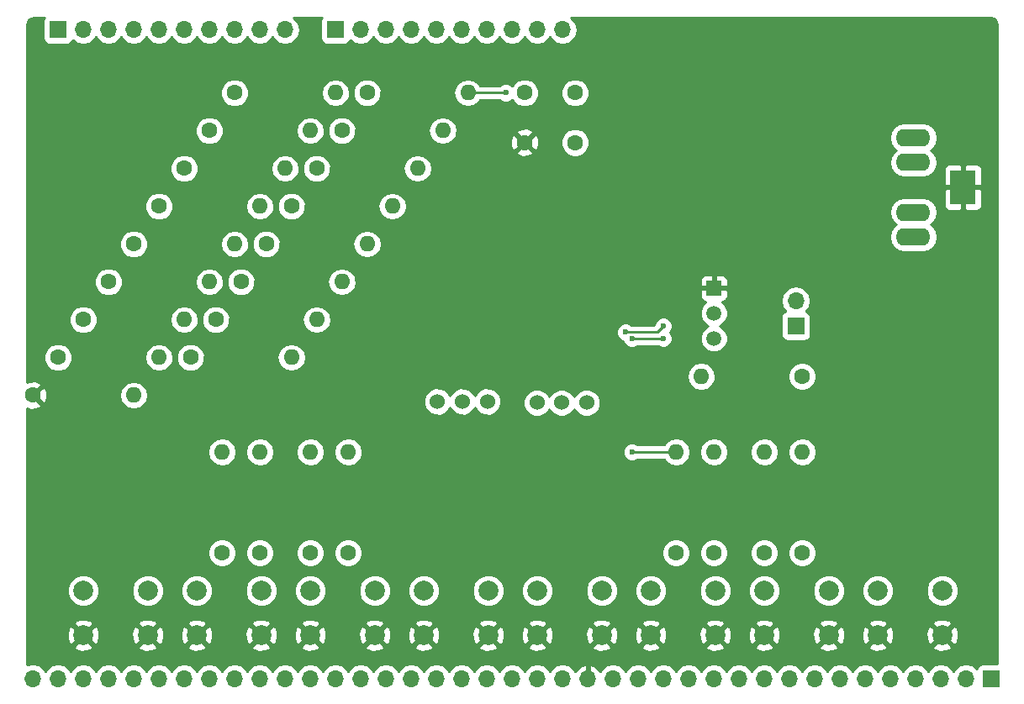
<source format=gbl>
G04 #@! TF.FileFunction,Copper,L2,Bot,Signal*
%FSLAX46Y46*%
G04 Gerber Fmt 4.6, Leading zero omitted, Abs format (unit mm)*
G04 Created by KiCad (PCBNEW 4.0.7) date 12/29/19 23:23:20*
%MOMM*%
%LPD*%
G01*
G04 APERTURE LIST*
%ADD10C,0.100000*%
%ADD11C,1.600000*%
%ADD12O,1.600000X1.600000*%
%ADD13C,2.000000*%
%ADD14R,1.700000X1.700000*%
%ADD15O,1.700000X1.700000*%
%ADD16R,2.500000X3.500000*%
%ADD17O,3.500000X1.750000*%
%ADD18C,1.524000*%
%ADD19C,1.520000*%
%ADD20R,1.520000X1.520000*%
%ADD21C,0.600000*%
%ADD22C,0.250000*%
%ADD23C,0.254000*%
G04 APERTURE END LIST*
D10*
D11*
X151130000Y-86360000D03*
X151130000Y-91360000D03*
X156210000Y-86360000D03*
X156210000Y-91360000D03*
X133350000Y-132715000D03*
D12*
X133350000Y-122555000D03*
D11*
X135255000Y-86360000D03*
D12*
X145415000Y-86360000D03*
D13*
X106680000Y-141025000D03*
X106680000Y-136525000D03*
X113180000Y-141025000D03*
X113180000Y-136525000D03*
X118110000Y-141025000D03*
X118110000Y-136525000D03*
X124610000Y-141025000D03*
X124610000Y-136525000D03*
D11*
X120650000Y-132715000D03*
D12*
X120650000Y-122555000D03*
D11*
X124460000Y-132715000D03*
D12*
X124460000Y-122555000D03*
D11*
X121920000Y-86360000D03*
D12*
X132080000Y-86360000D03*
D11*
X119380000Y-90170000D03*
D12*
X129540000Y-90170000D03*
D11*
X116840000Y-93980000D03*
D12*
X127000000Y-93980000D03*
D11*
X114300000Y-97790000D03*
D12*
X124460000Y-97790000D03*
D11*
X111760000Y-101600000D03*
D12*
X121920000Y-101600000D03*
D11*
X109220000Y-105410000D03*
D12*
X119380000Y-105410000D03*
D11*
X106680000Y-109220000D03*
D12*
X116840000Y-109220000D03*
D11*
X104140000Y-113030000D03*
D12*
X114300000Y-113030000D03*
D11*
X101600000Y-116840000D03*
D12*
X111760000Y-116840000D03*
D11*
X129540000Y-132715000D03*
D12*
X129540000Y-122555000D03*
D11*
X132715000Y-90170000D03*
D12*
X142875000Y-90170000D03*
D11*
X130175000Y-93980000D03*
D12*
X140335000Y-93980000D03*
D11*
X127635000Y-97790000D03*
D12*
X137795000Y-97790000D03*
D11*
X125095000Y-101600000D03*
D12*
X135255000Y-101600000D03*
D11*
X122555000Y-105410000D03*
D12*
X132715000Y-105410000D03*
D11*
X120015000Y-109220000D03*
D12*
X130175000Y-109220000D03*
D11*
X117475000Y-113030000D03*
D12*
X127635000Y-113030000D03*
D11*
X166370000Y-132715000D03*
D12*
X166370000Y-122555000D03*
D11*
X170180000Y-132715000D03*
D12*
X170180000Y-122555000D03*
D11*
X175260000Y-132715000D03*
D12*
X175260000Y-122555000D03*
D11*
X179070000Y-132715000D03*
D12*
X179070000Y-122555000D03*
D13*
X129540000Y-141025000D03*
X129540000Y-136525000D03*
X136040000Y-141025000D03*
X136040000Y-136525000D03*
X140970000Y-141025000D03*
X140970000Y-136525000D03*
X147470000Y-141025000D03*
X147470000Y-136525000D03*
X152400000Y-141025000D03*
X152400000Y-136525000D03*
X158900000Y-141025000D03*
X158900000Y-136525000D03*
X163830000Y-141025000D03*
X163830000Y-136525000D03*
X170330000Y-141025000D03*
X170330000Y-136525000D03*
X175260000Y-141025000D03*
X175260000Y-136525000D03*
X181760000Y-141025000D03*
X181760000Y-136525000D03*
X186690000Y-141025000D03*
X186690000Y-136525000D03*
X193190000Y-141025000D03*
X193190000Y-136525000D03*
D14*
X104140000Y-80010000D03*
D15*
X106680000Y-80010000D03*
X109220000Y-80010000D03*
X111760000Y-80010000D03*
X114300000Y-80010000D03*
X116840000Y-80010000D03*
X119380000Y-80010000D03*
X121920000Y-80010000D03*
X124460000Y-80010000D03*
X127000000Y-80010000D03*
D14*
X198120000Y-145415000D03*
D15*
X195580000Y-145415000D03*
X193040000Y-145415000D03*
X190500000Y-145415000D03*
X187960000Y-145415000D03*
X185420000Y-145415000D03*
X182880000Y-145415000D03*
X180340000Y-145415000D03*
X177800000Y-145415000D03*
X175260000Y-145415000D03*
X172720000Y-145415000D03*
X170180000Y-145415000D03*
X167640000Y-145415000D03*
X165100000Y-145415000D03*
X162560000Y-145415000D03*
X160020000Y-145415000D03*
X157480000Y-145415000D03*
X154940000Y-145415000D03*
X152400000Y-145415000D03*
X149860000Y-145415000D03*
X147320000Y-145415000D03*
X144780000Y-145415000D03*
X142240000Y-145415000D03*
X139700000Y-145415000D03*
X137160000Y-145415000D03*
X134620000Y-145415000D03*
X132080000Y-145415000D03*
X129540000Y-145415000D03*
X127000000Y-145415000D03*
X124460000Y-145415000D03*
X121920000Y-145415000D03*
X119380000Y-145415000D03*
X116840000Y-145415000D03*
X114300000Y-145415000D03*
X111760000Y-145415000D03*
X109220000Y-145415000D03*
X106680000Y-145415000D03*
X104140000Y-145415000D03*
X101600000Y-145415000D03*
D14*
X132080000Y-80010000D03*
D15*
X134620000Y-80010000D03*
X137160000Y-80010000D03*
X139700000Y-80010000D03*
X142240000Y-80010000D03*
X144780000Y-80010000D03*
X147320000Y-80010000D03*
X149860000Y-80010000D03*
X152400000Y-80010000D03*
X154940000Y-80010000D03*
D16*
X195271000Y-95885000D03*
D17*
X190265000Y-100885000D03*
X190265000Y-90885000D03*
X190265000Y-98385000D03*
X190265000Y-93385000D03*
D14*
X178435000Y-109855000D03*
D15*
X178435000Y-107315000D03*
D11*
X179070000Y-114935000D03*
D12*
X168910000Y-114935000D03*
D18*
X152360000Y-117602000D03*
X147360000Y-117475000D03*
X154860000Y-117602000D03*
X144860000Y-117475000D03*
X142360000Y-117475000D03*
X157360000Y-117602000D03*
D19*
X170180000Y-108585000D03*
X170180000Y-111125000D03*
D20*
X170180000Y-106045000D03*
D21*
X161925000Y-122555000D03*
X149225000Y-86360000D03*
X165100000Y-111125000D03*
X161925000Y-111125000D03*
X161290000Y-110490000D03*
X165100000Y-109855000D03*
D22*
X161925000Y-122555000D02*
X166370000Y-122555000D01*
X149225000Y-86360000D02*
X145415000Y-86360000D01*
X161925000Y-111125000D02*
X165100000Y-111125000D01*
X164465000Y-110490000D02*
X161290000Y-110490000D01*
X165100000Y-109855000D02*
X164465000Y-110490000D01*
D23*
G36*
X102693569Y-78908110D02*
X102642560Y-79160000D01*
X102642560Y-80860000D01*
X102686838Y-81095317D01*
X102825910Y-81311441D01*
X103038110Y-81456431D01*
X103290000Y-81507440D01*
X104990000Y-81507440D01*
X105225317Y-81463162D01*
X105441441Y-81324090D01*
X105586431Y-81111890D01*
X105600086Y-81044459D01*
X105629946Y-81089147D01*
X106111715Y-81411054D01*
X106680000Y-81524093D01*
X107248285Y-81411054D01*
X107730054Y-81089147D01*
X107950000Y-80759974D01*
X108169946Y-81089147D01*
X108651715Y-81411054D01*
X109220000Y-81524093D01*
X109788285Y-81411054D01*
X110270054Y-81089147D01*
X110490000Y-80759974D01*
X110709946Y-81089147D01*
X111191715Y-81411054D01*
X111760000Y-81524093D01*
X112328285Y-81411054D01*
X112810054Y-81089147D01*
X113030000Y-80759974D01*
X113249946Y-81089147D01*
X113731715Y-81411054D01*
X114300000Y-81524093D01*
X114868285Y-81411054D01*
X115350054Y-81089147D01*
X115570000Y-80759974D01*
X115789946Y-81089147D01*
X116271715Y-81411054D01*
X116840000Y-81524093D01*
X117408285Y-81411054D01*
X117890054Y-81089147D01*
X118110000Y-80759974D01*
X118329946Y-81089147D01*
X118811715Y-81411054D01*
X119380000Y-81524093D01*
X119948285Y-81411054D01*
X120430054Y-81089147D01*
X120650000Y-80759974D01*
X120869946Y-81089147D01*
X121351715Y-81411054D01*
X121920000Y-81524093D01*
X122488285Y-81411054D01*
X122970054Y-81089147D01*
X123190000Y-80759974D01*
X123409946Y-81089147D01*
X123891715Y-81411054D01*
X124460000Y-81524093D01*
X125028285Y-81411054D01*
X125510054Y-81089147D01*
X125730000Y-80759974D01*
X125949946Y-81089147D01*
X126431715Y-81411054D01*
X127000000Y-81524093D01*
X127568285Y-81411054D01*
X128050054Y-81089147D01*
X128371961Y-80607378D01*
X128485000Y-80039093D01*
X128485000Y-79980907D01*
X128371961Y-79412622D01*
X128050054Y-78930853D01*
X127876667Y-78815000D01*
X130697188Y-78815000D01*
X130633569Y-78908110D01*
X130582560Y-79160000D01*
X130582560Y-80860000D01*
X130626838Y-81095317D01*
X130765910Y-81311441D01*
X130978110Y-81456431D01*
X131230000Y-81507440D01*
X132930000Y-81507440D01*
X133165317Y-81463162D01*
X133381441Y-81324090D01*
X133526431Y-81111890D01*
X133540086Y-81044459D01*
X133569946Y-81089147D01*
X134051715Y-81411054D01*
X134620000Y-81524093D01*
X135188285Y-81411054D01*
X135670054Y-81089147D01*
X135890000Y-80759974D01*
X136109946Y-81089147D01*
X136591715Y-81411054D01*
X137160000Y-81524093D01*
X137728285Y-81411054D01*
X138210054Y-81089147D01*
X138430000Y-80759974D01*
X138649946Y-81089147D01*
X139131715Y-81411054D01*
X139700000Y-81524093D01*
X140268285Y-81411054D01*
X140750054Y-81089147D01*
X140970000Y-80759974D01*
X141189946Y-81089147D01*
X141671715Y-81411054D01*
X142240000Y-81524093D01*
X142808285Y-81411054D01*
X143290054Y-81089147D01*
X143510000Y-80759974D01*
X143729946Y-81089147D01*
X144211715Y-81411054D01*
X144780000Y-81524093D01*
X145348285Y-81411054D01*
X145830054Y-81089147D01*
X146050000Y-80759974D01*
X146269946Y-81089147D01*
X146751715Y-81411054D01*
X147320000Y-81524093D01*
X147888285Y-81411054D01*
X148370054Y-81089147D01*
X148590000Y-80759974D01*
X148809946Y-81089147D01*
X149291715Y-81411054D01*
X149860000Y-81524093D01*
X150428285Y-81411054D01*
X150910054Y-81089147D01*
X151130000Y-80759974D01*
X151349946Y-81089147D01*
X151831715Y-81411054D01*
X152400000Y-81524093D01*
X152968285Y-81411054D01*
X153450054Y-81089147D01*
X153670000Y-80759974D01*
X153889946Y-81089147D01*
X154371715Y-81411054D01*
X154940000Y-81524093D01*
X155508285Y-81411054D01*
X155990054Y-81089147D01*
X156311961Y-80607378D01*
X156425000Y-80039093D01*
X156425000Y-79980907D01*
X156311961Y-79412622D01*
X155990054Y-78930853D01*
X155816667Y-78815000D01*
X198050070Y-78815000D01*
X198328979Y-78870478D01*
X198506145Y-78988856D01*
X198624521Y-79166019D01*
X198680000Y-79444931D01*
X198680000Y-143917560D01*
X197270000Y-143917560D01*
X197034683Y-143961838D01*
X196818559Y-144100910D01*
X196673569Y-144313110D01*
X196659914Y-144380541D01*
X196630054Y-144335853D01*
X196148285Y-144013946D01*
X195580000Y-143900907D01*
X195011715Y-144013946D01*
X194529946Y-144335853D01*
X194310000Y-144665026D01*
X194090054Y-144335853D01*
X193608285Y-144013946D01*
X193040000Y-143900907D01*
X192471715Y-144013946D01*
X191989946Y-144335853D01*
X191770000Y-144665026D01*
X191550054Y-144335853D01*
X191068285Y-144013946D01*
X190500000Y-143900907D01*
X189931715Y-144013946D01*
X189449946Y-144335853D01*
X189230000Y-144665026D01*
X189010054Y-144335853D01*
X188528285Y-144013946D01*
X187960000Y-143900907D01*
X187391715Y-144013946D01*
X186909946Y-144335853D01*
X186690000Y-144665026D01*
X186470054Y-144335853D01*
X185988285Y-144013946D01*
X185420000Y-143900907D01*
X184851715Y-144013946D01*
X184369946Y-144335853D01*
X184150000Y-144665026D01*
X183930054Y-144335853D01*
X183448285Y-144013946D01*
X182880000Y-143900907D01*
X182311715Y-144013946D01*
X181829946Y-144335853D01*
X181610000Y-144665026D01*
X181390054Y-144335853D01*
X180908285Y-144013946D01*
X180340000Y-143900907D01*
X179771715Y-144013946D01*
X179289946Y-144335853D01*
X179070000Y-144665026D01*
X178850054Y-144335853D01*
X178368285Y-144013946D01*
X177800000Y-143900907D01*
X177231715Y-144013946D01*
X176749946Y-144335853D01*
X176530000Y-144665026D01*
X176310054Y-144335853D01*
X175828285Y-144013946D01*
X175260000Y-143900907D01*
X174691715Y-144013946D01*
X174209946Y-144335853D01*
X173990000Y-144665026D01*
X173770054Y-144335853D01*
X173288285Y-144013946D01*
X172720000Y-143900907D01*
X172151715Y-144013946D01*
X171669946Y-144335853D01*
X171450000Y-144665026D01*
X171230054Y-144335853D01*
X170748285Y-144013946D01*
X170180000Y-143900907D01*
X169611715Y-144013946D01*
X169129946Y-144335853D01*
X168910000Y-144665026D01*
X168690054Y-144335853D01*
X168208285Y-144013946D01*
X167640000Y-143900907D01*
X167071715Y-144013946D01*
X166589946Y-144335853D01*
X166370000Y-144665026D01*
X166150054Y-144335853D01*
X165668285Y-144013946D01*
X165100000Y-143900907D01*
X164531715Y-144013946D01*
X164049946Y-144335853D01*
X163830000Y-144665026D01*
X163610054Y-144335853D01*
X163128285Y-144013946D01*
X162560000Y-143900907D01*
X161991715Y-144013946D01*
X161509946Y-144335853D01*
X161290000Y-144665026D01*
X161070054Y-144335853D01*
X160588285Y-144013946D01*
X160020000Y-143900907D01*
X159451715Y-144013946D01*
X158969946Y-144335853D01*
X158742298Y-144676553D01*
X158675183Y-144533642D01*
X158246924Y-144143355D01*
X157836890Y-143973524D01*
X157607000Y-144094845D01*
X157607000Y-145288000D01*
X157627000Y-145288000D01*
X157627000Y-145542000D01*
X157607000Y-145542000D01*
X157607000Y-145562000D01*
X157353000Y-145562000D01*
X157353000Y-145542000D01*
X157333000Y-145542000D01*
X157333000Y-145288000D01*
X157353000Y-145288000D01*
X157353000Y-144094845D01*
X157123110Y-143973524D01*
X156713076Y-144143355D01*
X156284817Y-144533642D01*
X156217702Y-144676553D01*
X155990054Y-144335853D01*
X155508285Y-144013946D01*
X154940000Y-143900907D01*
X154371715Y-144013946D01*
X153889946Y-144335853D01*
X153670000Y-144665026D01*
X153450054Y-144335853D01*
X152968285Y-144013946D01*
X152400000Y-143900907D01*
X151831715Y-144013946D01*
X151349946Y-144335853D01*
X151130000Y-144665026D01*
X150910054Y-144335853D01*
X150428285Y-144013946D01*
X149860000Y-143900907D01*
X149291715Y-144013946D01*
X148809946Y-144335853D01*
X148590000Y-144665026D01*
X148370054Y-144335853D01*
X147888285Y-144013946D01*
X147320000Y-143900907D01*
X146751715Y-144013946D01*
X146269946Y-144335853D01*
X146050000Y-144665026D01*
X145830054Y-144335853D01*
X145348285Y-144013946D01*
X144780000Y-143900907D01*
X144211715Y-144013946D01*
X143729946Y-144335853D01*
X143510000Y-144665026D01*
X143290054Y-144335853D01*
X142808285Y-144013946D01*
X142240000Y-143900907D01*
X141671715Y-144013946D01*
X141189946Y-144335853D01*
X140970000Y-144665026D01*
X140750054Y-144335853D01*
X140268285Y-144013946D01*
X139700000Y-143900907D01*
X139131715Y-144013946D01*
X138649946Y-144335853D01*
X138430000Y-144665026D01*
X138210054Y-144335853D01*
X137728285Y-144013946D01*
X137160000Y-143900907D01*
X136591715Y-144013946D01*
X136109946Y-144335853D01*
X135890000Y-144665026D01*
X135670054Y-144335853D01*
X135188285Y-144013946D01*
X134620000Y-143900907D01*
X134051715Y-144013946D01*
X133569946Y-144335853D01*
X133350000Y-144665026D01*
X133130054Y-144335853D01*
X132648285Y-144013946D01*
X132080000Y-143900907D01*
X131511715Y-144013946D01*
X131029946Y-144335853D01*
X130810000Y-144665026D01*
X130590054Y-144335853D01*
X130108285Y-144013946D01*
X129540000Y-143900907D01*
X128971715Y-144013946D01*
X128489946Y-144335853D01*
X128270000Y-144665026D01*
X128050054Y-144335853D01*
X127568285Y-144013946D01*
X127000000Y-143900907D01*
X126431715Y-144013946D01*
X125949946Y-144335853D01*
X125730000Y-144665026D01*
X125510054Y-144335853D01*
X125028285Y-144013946D01*
X124460000Y-143900907D01*
X123891715Y-144013946D01*
X123409946Y-144335853D01*
X123190000Y-144665026D01*
X122970054Y-144335853D01*
X122488285Y-144013946D01*
X121920000Y-143900907D01*
X121351715Y-144013946D01*
X120869946Y-144335853D01*
X120650000Y-144665026D01*
X120430054Y-144335853D01*
X119948285Y-144013946D01*
X119380000Y-143900907D01*
X118811715Y-144013946D01*
X118329946Y-144335853D01*
X118110000Y-144665026D01*
X117890054Y-144335853D01*
X117408285Y-144013946D01*
X116840000Y-143900907D01*
X116271715Y-144013946D01*
X115789946Y-144335853D01*
X115570000Y-144665026D01*
X115350054Y-144335853D01*
X114868285Y-144013946D01*
X114300000Y-143900907D01*
X113731715Y-144013946D01*
X113249946Y-144335853D01*
X113030000Y-144665026D01*
X112810054Y-144335853D01*
X112328285Y-144013946D01*
X111760000Y-143900907D01*
X111191715Y-144013946D01*
X110709946Y-144335853D01*
X110490000Y-144665026D01*
X110270054Y-144335853D01*
X109788285Y-144013946D01*
X109220000Y-143900907D01*
X108651715Y-144013946D01*
X108169946Y-144335853D01*
X107950000Y-144665026D01*
X107730054Y-144335853D01*
X107248285Y-144013946D01*
X106680000Y-143900907D01*
X106111715Y-144013946D01*
X105629946Y-144335853D01*
X105410000Y-144665026D01*
X105190054Y-144335853D01*
X104708285Y-144013946D01*
X104140000Y-143900907D01*
X103571715Y-144013946D01*
X103089946Y-144335853D01*
X102870000Y-144665026D01*
X102650054Y-144335853D01*
X102168285Y-144013946D01*
X101600000Y-143900907D01*
X101040000Y-144012298D01*
X101040000Y-142177532D01*
X105707073Y-142177532D01*
X105805736Y-142444387D01*
X106415461Y-142670908D01*
X107065460Y-142646856D01*
X107554264Y-142444387D01*
X107652927Y-142177532D01*
X112207073Y-142177532D01*
X112305736Y-142444387D01*
X112915461Y-142670908D01*
X113565460Y-142646856D01*
X114054264Y-142444387D01*
X114152927Y-142177532D01*
X117137073Y-142177532D01*
X117235736Y-142444387D01*
X117845461Y-142670908D01*
X118495460Y-142646856D01*
X118984264Y-142444387D01*
X119082927Y-142177532D01*
X123637073Y-142177532D01*
X123735736Y-142444387D01*
X124345461Y-142670908D01*
X124995460Y-142646856D01*
X125484264Y-142444387D01*
X125582927Y-142177532D01*
X128567073Y-142177532D01*
X128665736Y-142444387D01*
X129275461Y-142670908D01*
X129925460Y-142646856D01*
X130414264Y-142444387D01*
X130512927Y-142177532D01*
X135067073Y-142177532D01*
X135165736Y-142444387D01*
X135775461Y-142670908D01*
X136425460Y-142646856D01*
X136914264Y-142444387D01*
X137012927Y-142177532D01*
X139997073Y-142177532D01*
X140095736Y-142444387D01*
X140705461Y-142670908D01*
X141355460Y-142646856D01*
X141844264Y-142444387D01*
X141942927Y-142177532D01*
X146497073Y-142177532D01*
X146595736Y-142444387D01*
X147205461Y-142670908D01*
X147855460Y-142646856D01*
X148344264Y-142444387D01*
X148442927Y-142177532D01*
X151427073Y-142177532D01*
X151525736Y-142444387D01*
X152135461Y-142670908D01*
X152785460Y-142646856D01*
X153274264Y-142444387D01*
X153372927Y-142177532D01*
X157927073Y-142177532D01*
X158025736Y-142444387D01*
X158635461Y-142670908D01*
X159285460Y-142646856D01*
X159774264Y-142444387D01*
X159872927Y-142177532D01*
X162857073Y-142177532D01*
X162955736Y-142444387D01*
X163565461Y-142670908D01*
X164215460Y-142646856D01*
X164704264Y-142444387D01*
X164802927Y-142177532D01*
X169357073Y-142177532D01*
X169455736Y-142444387D01*
X170065461Y-142670908D01*
X170715460Y-142646856D01*
X171204264Y-142444387D01*
X171302927Y-142177532D01*
X174287073Y-142177532D01*
X174385736Y-142444387D01*
X174995461Y-142670908D01*
X175645460Y-142646856D01*
X176134264Y-142444387D01*
X176232927Y-142177532D01*
X180787073Y-142177532D01*
X180885736Y-142444387D01*
X181495461Y-142670908D01*
X182145460Y-142646856D01*
X182634264Y-142444387D01*
X182732927Y-142177532D01*
X185717073Y-142177532D01*
X185815736Y-142444387D01*
X186425461Y-142670908D01*
X187075460Y-142646856D01*
X187564264Y-142444387D01*
X187662927Y-142177532D01*
X192217073Y-142177532D01*
X192315736Y-142444387D01*
X192925461Y-142670908D01*
X193575460Y-142646856D01*
X194064264Y-142444387D01*
X194162927Y-142177532D01*
X193190000Y-141204605D01*
X192217073Y-142177532D01*
X187662927Y-142177532D01*
X186690000Y-141204605D01*
X185717073Y-142177532D01*
X182732927Y-142177532D01*
X181760000Y-141204605D01*
X180787073Y-142177532D01*
X176232927Y-142177532D01*
X175260000Y-141204605D01*
X174287073Y-142177532D01*
X171302927Y-142177532D01*
X170330000Y-141204605D01*
X169357073Y-142177532D01*
X164802927Y-142177532D01*
X163830000Y-141204605D01*
X162857073Y-142177532D01*
X159872927Y-142177532D01*
X158900000Y-141204605D01*
X157927073Y-142177532D01*
X153372927Y-142177532D01*
X152400000Y-141204605D01*
X151427073Y-142177532D01*
X148442927Y-142177532D01*
X147470000Y-141204605D01*
X146497073Y-142177532D01*
X141942927Y-142177532D01*
X140970000Y-141204605D01*
X139997073Y-142177532D01*
X137012927Y-142177532D01*
X136040000Y-141204605D01*
X135067073Y-142177532D01*
X130512927Y-142177532D01*
X129540000Y-141204605D01*
X128567073Y-142177532D01*
X125582927Y-142177532D01*
X124610000Y-141204605D01*
X123637073Y-142177532D01*
X119082927Y-142177532D01*
X118110000Y-141204605D01*
X117137073Y-142177532D01*
X114152927Y-142177532D01*
X113180000Y-141204605D01*
X112207073Y-142177532D01*
X107652927Y-142177532D01*
X106680000Y-141204605D01*
X105707073Y-142177532D01*
X101040000Y-142177532D01*
X101040000Y-140760461D01*
X105034092Y-140760461D01*
X105058144Y-141410460D01*
X105260613Y-141899264D01*
X105527468Y-141997927D01*
X106500395Y-141025000D01*
X106859605Y-141025000D01*
X107832532Y-141997927D01*
X108099387Y-141899264D01*
X108325908Y-141289539D01*
X108306331Y-140760461D01*
X111534092Y-140760461D01*
X111558144Y-141410460D01*
X111760613Y-141899264D01*
X112027468Y-141997927D01*
X113000395Y-141025000D01*
X113359605Y-141025000D01*
X114332532Y-141997927D01*
X114599387Y-141899264D01*
X114825908Y-141289539D01*
X114806331Y-140760461D01*
X116464092Y-140760461D01*
X116488144Y-141410460D01*
X116690613Y-141899264D01*
X116957468Y-141997927D01*
X117930395Y-141025000D01*
X118289605Y-141025000D01*
X119262532Y-141997927D01*
X119529387Y-141899264D01*
X119755908Y-141289539D01*
X119736331Y-140760461D01*
X122964092Y-140760461D01*
X122988144Y-141410460D01*
X123190613Y-141899264D01*
X123457468Y-141997927D01*
X124430395Y-141025000D01*
X124789605Y-141025000D01*
X125762532Y-141997927D01*
X126029387Y-141899264D01*
X126255908Y-141289539D01*
X126236331Y-140760461D01*
X127894092Y-140760461D01*
X127918144Y-141410460D01*
X128120613Y-141899264D01*
X128387468Y-141997927D01*
X129360395Y-141025000D01*
X129719605Y-141025000D01*
X130692532Y-141997927D01*
X130959387Y-141899264D01*
X131185908Y-141289539D01*
X131166331Y-140760461D01*
X134394092Y-140760461D01*
X134418144Y-141410460D01*
X134620613Y-141899264D01*
X134887468Y-141997927D01*
X135860395Y-141025000D01*
X136219605Y-141025000D01*
X137192532Y-141997927D01*
X137459387Y-141899264D01*
X137685908Y-141289539D01*
X137666331Y-140760461D01*
X139324092Y-140760461D01*
X139348144Y-141410460D01*
X139550613Y-141899264D01*
X139817468Y-141997927D01*
X140790395Y-141025000D01*
X141149605Y-141025000D01*
X142122532Y-141997927D01*
X142389387Y-141899264D01*
X142615908Y-141289539D01*
X142596331Y-140760461D01*
X145824092Y-140760461D01*
X145848144Y-141410460D01*
X146050613Y-141899264D01*
X146317468Y-141997927D01*
X147290395Y-141025000D01*
X147649605Y-141025000D01*
X148622532Y-141997927D01*
X148889387Y-141899264D01*
X149115908Y-141289539D01*
X149096331Y-140760461D01*
X150754092Y-140760461D01*
X150778144Y-141410460D01*
X150980613Y-141899264D01*
X151247468Y-141997927D01*
X152220395Y-141025000D01*
X152579605Y-141025000D01*
X153552532Y-141997927D01*
X153819387Y-141899264D01*
X154045908Y-141289539D01*
X154026331Y-140760461D01*
X157254092Y-140760461D01*
X157278144Y-141410460D01*
X157480613Y-141899264D01*
X157747468Y-141997927D01*
X158720395Y-141025000D01*
X159079605Y-141025000D01*
X160052532Y-141997927D01*
X160319387Y-141899264D01*
X160545908Y-141289539D01*
X160526331Y-140760461D01*
X162184092Y-140760461D01*
X162208144Y-141410460D01*
X162410613Y-141899264D01*
X162677468Y-141997927D01*
X163650395Y-141025000D01*
X164009605Y-141025000D01*
X164982532Y-141997927D01*
X165249387Y-141899264D01*
X165475908Y-141289539D01*
X165456331Y-140760461D01*
X168684092Y-140760461D01*
X168708144Y-141410460D01*
X168910613Y-141899264D01*
X169177468Y-141997927D01*
X170150395Y-141025000D01*
X170509605Y-141025000D01*
X171482532Y-141997927D01*
X171749387Y-141899264D01*
X171975908Y-141289539D01*
X171956331Y-140760461D01*
X173614092Y-140760461D01*
X173638144Y-141410460D01*
X173840613Y-141899264D01*
X174107468Y-141997927D01*
X175080395Y-141025000D01*
X175439605Y-141025000D01*
X176412532Y-141997927D01*
X176679387Y-141899264D01*
X176905908Y-141289539D01*
X176886331Y-140760461D01*
X180114092Y-140760461D01*
X180138144Y-141410460D01*
X180340613Y-141899264D01*
X180607468Y-141997927D01*
X181580395Y-141025000D01*
X181939605Y-141025000D01*
X182912532Y-141997927D01*
X183179387Y-141899264D01*
X183405908Y-141289539D01*
X183386331Y-140760461D01*
X185044092Y-140760461D01*
X185068144Y-141410460D01*
X185270613Y-141899264D01*
X185537468Y-141997927D01*
X186510395Y-141025000D01*
X186869605Y-141025000D01*
X187842532Y-141997927D01*
X188109387Y-141899264D01*
X188335908Y-141289539D01*
X188316331Y-140760461D01*
X191544092Y-140760461D01*
X191568144Y-141410460D01*
X191770613Y-141899264D01*
X192037468Y-141997927D01*
X193010395Y-141025000D01*
X193369605Y-141025000D01*
X194342532Y-141997927D01*
X194609387Y-141899264D01*
X194835908Y-141289539D01*
X194811856Y-140639540D01*
X194609387Y-140150736D01*
X194342532Y-140052073D01*
X193369605Y-141025000D01*
X193010395Y-141025000D01*
X192037468Y-140052073D01*
X191770613Y-140150736D01*
X191544092Y-140760461D01*
X188316331Y-140760461D01*
X188311856Y-140639540D01*
X188109387Y-140150736D01*
X187842532Y-140052073D01*
X186869605Y-141025000D01*
X186510395Y-141025000D01*
X185537468Y-140052073D01*
X185270613Y-140150736D01*
X185044092Y-140760461D01*
X183386331Y-140760461D01*
X183381856Y-140639540D01*
X183179387Y-140150736D01*
X182912532Y-140052073D01*
X181939605Y-141025000D01*
X181580395Y-141025000D01*
X180607468Y-140052073D01*
X180340613Y-140150736D01*
X180114092Y-140760461D01*
X176886331Y-140760461D01*
X176881856Y-140639540D01*
X176679387Y-140150736D01*
X176412532Y-140052073D01*
X175439605Y-141025000D01*
X175080395Y-141025000D01*
X174107468Y-140052073D01*
X173840613Y-140150736D01*
X173614092Y-140760461D01*
X171956331Y-140760461D01*
X171951856Y-140639540D01*
X171749387Y-140150736D01*
X171482532Y-140052073D01*
X170509605Y-141025000D01*
X170150395Y-141025000D01*
X169177468Y-140052073D01*
X168910613Y-140150736D01*
X168684092Y-140760461D01*
X165456331Y-140760461D01*
X165451856Y-140639540D01*
X165249387Y-140150736D01*
X164982532Y-140052073D01*
X164009605Y-141025000D01*
X163650395Y-141025000D01*
X162677468Y-140052073D01*
X162410613Y-140150736D01*
X162184092Y-140760461D01*
X160526331Y-140760461D01*
X160521856Y-140639540D01*
X160319387Y-140150736D01*
X160052532Y-140052073D01*
X159079605Y-141025000D01*
X158720395Y-141025000D01*
X157747468Y-140052073D01*
X157480613Y-140150736D01*
X157254092Y-140760461D01*
X154026331Y-140760461D01*
X154021856Y-140639540D01*
X153819387Y-140150736D01*
X153552532Y-140052073D01*
X152579605Y-141025000D01*
X152220395Y-141025000D01*
X151247468Y-140052073D01*
X150980613Y-140150736D01*
X150754092Y-140760461D01*
X149096331Y-140760461D01*
X149091856Y-140639540D01*
X148889387Y-140150736D01*
X148622532Y-140052073D01*
X147649605Y-141025000D01*
X147290395Y-141025000D01*
X146317468Y-140052073D01*
X146050613Y-140150736D01*
X145824092Y-140760461D01*
X142596331Y-140760461D01*
X142591856Y-140639540D01*
X142389387Y-140150736D01*
X142122532Y-140052073D01*
X141149605Y-141025000D01*
X140790395Y-141025000D01*
X139817468Y-140052073D01*
X139550613Y-140150736D01*
X139324092Y-140760461D01*
X137666331Y-140760461D01*
X137661856Y-140639540D01*
X137459387Y-140150736D01*
X137192532Y-140052073D01*
X136219605Y-141025000D01*
X135860395Y-141025000D01*
X134887468Y-140052073D01*
X134620613Y-140150736D01*
X134394092Y-140760461D01*
X131166331Y-140760461D01*
X131161856Y-140639540D01*
X130959387Y-140150736D01*
X130692532Y-140052073D01*
X129719605Y-141025000D01*
X129360395Y-141025000D01*
X128387468Y-140052073D01*
X128120613Y-140150736D01*
X127894092Y-140760461D01*
X126236331Y-140760461D01*
X126231856Y-140639540D01*
X126029387Y-140150736D01*
X125762532Y-140052073D01*
X124789605Y-141025000D01*
X124430395Y-141025000D01*
X123457468Y-140052073D01*
X123190613Y-140150736D01*
X122964092Y-140760461D01*
X119736331Y-140760461D01*
X119731856Y-140639540D01*
X119529387Y-140150736D01*
X119262532Y-140052073D01*
X118289605Y-141025000D01*
X117930395Y-141025000D01*
X116957468Y-140052073D01*
X116690613Y-140150736D01*
X116464092Y-140760461D01*
X114806331Y-140760461D01*
X114801856Y-140639540D01*
X114599387Y-140150736D01*
X114332532Y-140052073D01*
X113359605Y-141025000D01*
X113000395Y-141025000D01*
X112027468Y-140052073D01*
X111760613Y-140150736D01*
X111534092Y-140760461D01*
X108306331Y-140760461D01*
X108301856Y-140639540D01*
X108099387Y-140150736D01*
X107832532Y-140052073D01*
X106859605Y-141025000D01*
X106500395Y-141025000D01*
X105527468Y-140052073D01*
X105260613Y-140150736D01*
X105034092Y-140760461D01*
X101040000Y-140760461D01*
X101040000Y-139872468D01*
X105707073Y-139872468D01*
X106680000Y-140845395D01*
X107652927Y-139872468D01*
X112207073Y-139872468D01*
X113180000Y-140845395D01*
X114152927Y-139872468D01*
X117137073Y-139872468D01*
X118110000Y-140845395D01*
X119082927Y-139872468D01*
X123637073Y-139872468D01*
X124610000Y-140845395D01*
X125582927Y-139872468D01*
X128567073Y-139872468D01*
X129540000Y-140845395D01*
X130512927Y-139872468D01*
X135067073Y-139872468D01*
X136040000Y-140845395D01*
X137012927Y-139872468D01*
X139997073Y-139872468D01*
X140970000Y-140845395D01*
X141942927Y-139872468D01*
X146497073Y-139872468D01*
X147470000Y-140845395D01*
X148442927Y-139872468D01*
X151427073Y-139872468D01*
X152400000Y-140845395D01*
X153372927Y-139872468D01*
X157927073Y-139872468D01*
X158900000Y-140845395D01*
X159872927Y-139872468D01*
X162857073Y-139872468D01*
X163830000Y-140845395D01*
X164802927Y-139872468D01*
X169357073Y-139872468D01*
X170330000Y-140845395D01*
X171302927Y-139872468D01*
X174287073Y-139872468D01*
X175260000Y-140845395D01*
X176232927Y-139872468D01*
X180787073Y-139872468D01*
X181760000Y-140845395D01*
X182732927Y-139872468D01*
X185717073Y-139872468D01*
X186690000Y-140845395D01*
X187662927Y-139872468D01*
X192217073Y-139872468D01*
X193190000Y-140845395D01*
X194162927Y-139872468D01*
X194064264Y-139605613D01*
X193454539Y-139379092D01*
X192804540Y-139403144D01*
X192315736Y-139605613D01*
X192217073Y-139872468D01*
X187662927Y-139872468D01*
X187564264Y-139605613D01*
X186954539Y-139379092D01*
X186304540Y-139403144D01*
X185815736Y-139605613D01*
X185717073Y-139872468D01*
X182732927Y-139872468D01*
X182634264Y-139605613D01*
X182024539Y-139379092D01*
X181374540Y-139403144D01*
X180885736Y-139605613D01*
X180787073Y-139872468D01*
X176232927Y-139872468D01*
X176134264Y-139605613D01*
X175524539Y-139379092D01*
X174874540Y-139403144D01*
X174385736Y-139605613D01*
X174287073Y-139872468D01*
X171302927Y-139872468D01*
X171204264Y-139605613D01*
X170594539Y-139379092D01*
X169944540Y-139403144D01*
X169455736Y-139605613D01*
X169357073Y-139872468D01*
X164802927Y-139872468D01*
X164704264Y-139605613D01*
X164094539Y-139379092D01*
X163444540Y-139403144D01*
X162955736Y-139605613D01*
X162857073Y-139872468D01*
X159872927Y-139872468D01*
X159774264Y-139605613D01*
X159164539Y-139379092D01*
X158514540Y-139403144D01*
X158025736Y-139605613D01*
X157927073Y-139872468D01*
X153372927Y-139872468D01*
X153274264Y-139605613D01*
X152664539Y-139379092D01*
X152014540Y-139403144D01*
X151525736Y-139605613D01*
X151427073Y-139872468D01*
X148442927Y-139872468D01*
X148344264Y-139605613D01*
X147734539Y-139379092D01*
X147084540Y-139403144D01*
X146595736Y-139605613D01*
X146497073Y-139872468D01*
X141942927Y-139872468D01*
X141844264Y-139605613D01*
X141234539Y-139379092D01*
X140584540Y-139403144D01*
X140095736Y-139605613D01*
X139997073Y-139872468D01*
X137012927Y-139872468D01*
X136914264Y-139605613D01*
X136304539Y-139379092D01*
X135654540Y-139403144D01*
X135165736Y-139605613D01*
X135067073Y-139872468D01*
X130512927Y-139872468D01*
X130414264Y-139605613D01*
X129804539Y-139379092D01*
X129154540Y-139403144D01*
X128665736Y-139605613D01*
X128567073Y-139872468D01*
X125582927Y-139872468D01*
X125484264Y-139605613D01*
X124874539Y-139379092D01*
X124224540Y-139403144D01*
X123735736Y-139605613D01*
X123637073Y-139872468D01*
X119082927Y-139872468D01*
X118984264Y-139605613D01*
X118374539Y-139379092D01*
X117724540Y-139403144D01*
X117235736Y-139605613D01*
X117137073Y-139872468D01*
X114152927Y-139872468D01*
X114054264Y-139605613D01*
X113444539Y-139379092D01*
X112794540Y-139403144D01*
X112305736Y-139605613D01*
X112207073Y-139872468D01*
X107652927Y-139872468D01*
X107554264Y-139605613D01*
X106944539Y-139379092D01*
X106294540Y-139403144D01*
X105805736Y-139605613D01*
X105707073Y-139872468D01*
X101040000Y-139872468D01*
X101040000Y-136848795D01*
X105044716Y-136848795D01*
X105293106Y-137449943D01*
X105752637Y-137910278D01*
X106353352Y-138159716D01*
X107003795Y-138160284D01*
X107604943Y-137911894D01*
X108065278Y-137452363D01*
X108314716Y-136851648D01*
X108314718Y-136848795D01*
X111544716Y-136848795D01*
X111793106Y-137449943D01*
X112252637Y-137910278D01*
X112853352Y-138159716D01*
X113503795Y-138160284D01*
X114104943Y-137911894D01*
X114565278Y-137452363D01*
X114814716Y-136851648D01*
X114814718Y-136848795D01*
X116474716Y-136848795D01*
X116723106Y-137449943D01*
X117182637Y-137910278D01*
X117783352Y-138159716D01*
X118433795Y-138160284D01*
X119034943Y-137911894D01*
X119495278Y-137452363D01*
X119744716Y-136851648D01*
X119744718Y-136848795D01*
X122974716Y-136848795D01*
X123223106Y-137449943D01*
X123682637Y-137910278D01*
X124283352Y-138159716D01*
X124933795Y-138160284D01*
X125534943Y-137911894D01*
X125995278Y-137452363D01*
X126244716Y-136851648D01*
X126244718Y-136848795D01*
X127904716Y-136848795D01*
X128153106Y-137449943D01*
X128612637Y-137910278D01*
X129213352Y-138159716D01*
X129863795Y-138160284D01*
X130464943Y-137911894D01*
X130925278Y-137452363D01*
X131174716Y-136851648D01*
X131174718Y-136848795D01*
X134404716Y-136848795D01*
X134653106Y-137449943D01*
X135112637Y-137910278D01*
X135713352Y-138159716D01*
X136363795Y-138160284D01*
X136964943Y-137911894D01*
X137425278Y-137452363D01*
X137674716Y-136851648D01*
X137674718Y-136848795D01*
X139334716Y-136848795D01*
X139583106Y-137449943D01*
X140042637Y-137910278D01*
X140643352Y-138159716D01*
X141293795Y-138160284D01*
X141894943Y-137911894D01*
X142355278Y-137452363D01*
X142604716Y-136851648D01*
X142604718Y-136848795D01*
X145834716Y-136848795D01*
X146083106Y-137449943D01*
X146542637Y-137910278D01*
X147143352Y-138159716D01*
X147793795Y-138160284D01*
X148394943Y-137911894D01*
X148855278Y-137452363D01*
X149104716Y-136851648D01*
X149104718Y-136848795D01*
X150764716Y-136848795D01*
X151013106Y-137449943D01*
X151472637Y-137910278D01*
X152073352Y-138159716D01*
X152723795Y-138160284D01*
X153324943Y-137911894D01*
X153785278Y-137452363D01*
X154034716Y-136851648D01*
X154034718Y-136848795D01*
X157264716Y-136848795D01*
X157513106Y-137449943D01*
X157972637Y-137910278D01*
X158573352Y-138159716D01*
X159223795Y-138160284D01*
X159824943Y-137911894D01*
X160285278Y-137452363D01*
X160534716Y-136851648D01*
X160534718Y-136848795D01*
X162194716Y-136848795D01*
X162443106Y-137449943D01*
X162902637Y-137910278D01*
X163503352Y-138159716D01*
X164153795Y-138160284D01*
X164754943Y-137911894D01*
X165215278Y-137452363D01*
X165464716Y-136851648D01*
X165464718Y-136848795D01*
X168694716Y-136848795D01*
X168943106Y-137449943D01*
X169402637Y-137910278D01*
X170003352Y-138159716D01*
X170653795Y-138160284D01*
X171254943Y-137911894D01*
X171715278Y-137452363D01*
X171964716Y-136851648D01*
X171964718Y-136848795D01*
X173624716Y-136848795D01*
X173873106Y-137449943D01*
X174332637Y-137910278D01*
X174933352Y-138159716D01*
X175583795Y-138160284D01*
X176184943Y-137911894D01*
X176645278Y-137452363D01*
X176894716Y-136851648D01*
X176894718Y-136848795D01*
X180124716Y-136848795D01*
X180373106Y-137449943D01*
X180832637Y-137910278D01*
X181433352Y-138159716D01*
X182083795Y-138160284D01*
X182684943Y-137911894D01*
X183145278Y-137452363D01*
X183394716Y-136851648D01*
X183394718Y-136848795D01*
X185054716Y-136848795D01*
X185303106Y-137449943D01*
X185762637Y-137910278D01*
X186363352Y-138159716D01*
X187013795Y-138160284D01*
X187614943Y-137911894D01*
X188075278Y-137452363D01*
X188324716Y-136851648D01*
X188324718Y-136848795D01*
X191554716Y-136848795D01*
X191803106Y-137449943D01*
X192262637Y-137910278D01*
X192863352Y-138159716D01*
X193513795Y-138160284D01*
X194114943Y-137911894D01*
X194575278Y-137452363D01*
X194824716Y-136851648D01*
X194825284Y-136201205D01*
X194576894Y-135600057D01*
X194117363Y-135139722D01*
X193516648Y-134890284D01*
X192866205Y-134889716D01*
X192265057Y-135138106D01*
X191804722Y-135597637D01*
X191555284Y-136198352D01*
X191554716Y-136848795D01*
X188324718Y-136848795D01*
X188325284Y-136201205D01*
X188076894Y-135600057D01*
X187617363Y-135139722D01*
X187016648Y-134890284D01*
X186366205Y-134889716D01*
X185765057Y-135138106D01*
X185304722Y-135597637D01*
X185055284Y-136198352D01*
X185054716Y-136848795D01*
X183394718Y-136848795D01*
X183395284Y-136201205D01*
X183146894Y-135600057D01*
X182687363Y-135139722D01*
X182086648Y-134890284D01*
X181436205Y-134889716D01*
X180835057Y-135138106D01*
X180374722Y-135597637D01*
X180125284Y-136198352D01*
X180124716Y-136848795D01*
X176894718Y-136848795D01*
X176895284Y-136201205D01*
X176646894Y-135600057D01*
X176187363Y-135139722D01*
X175586648Y-134890284D01*
X174936205Y-134889716D01*
X174335057Y-135138106D01*
X173874722Y-135597637D01*
X173625284Y-136198352D01*
X173624716Y-136848795D01*
X171964718Y-136848795D01*
X171965284Y-136201205D01*
X171716894Y-135600057D01*
X171257363Y-135139722D01*
X170656648Y-134890284D01*
X170006205Y-134889716D01*
X169405057Y-135138106D01*
X168944722Y-135597637D01*
X168695284Y-136198352D01*
X168694716Y-136848795D01*
X165464718Y-136848795D01*
X165465284Y-136201205D01*
X165216894Y-135600057D01*
X164757363Y-135139722D01*
X164156648Y-134890284D01*
X163506205Y-134889716D01*
X162905057Y-135138106D01*
X162444722Y-135597637D01*
X162195284Y-136198352D01*
X162194716Y-136848795D01*
X160534718Y-136848795D01*
X160535284Y-136201205D01*
X160286894Y-135600057D01*
X159827363Y-135139722D01*
X159226648Y-134890284D01*
X158576205Y-134889716D01*
X157975057Y-135138106D01*
X157514722Y-135597637D01*
X157265284Y-136198352D01*
X157264716Y-136848795D01*
X154034718Y-136848795D01*
X154035284Y-136201205D01*
X153786894Y-135600057D01*
X153327363Y-135139722D01*
X152726648Y-134890284D01*
X152076205Y-134889716D01*
X151475057Y-135138106D01*
X151014722Y-135597637D01*
X150765284Y-136198352D01*
X150764716Y-136848795D01*
X149104718Y-136848795D01*
X149105284Y-136201205D01*
X148856894Y-135600057D01*
X148397363Y-135139722D01*
X147796648Y-134890284D01*
X147146205Y-134889716D01*
X146545057Y-135138106D01*
X146084722Y-135597637D01*
X145835284Y-136198352D01*
X145834716Y-136848795D01*
X142604718Y-136848795D01*
X142605284Y-136201205D01*
X142356894Y-135600057D01*
X141897363Y-135139722D01*
X141296648Y-134890284D01*
X140646205Y-134889716D01*
X140045057Y-135138106D01*
X139584722Y-135597637D01*
X139335284Y-136198352D01*
X139334716Y-136848795D01*
X137674718Y-136848795D01*
X137675284Y-136201205D01*
X137426894Y-135600057D01*
X136967363Y-135139722D01*
X136366648Y-134890284D01*
X135716205Y-134889716D01*
X135115057Y-135138106D01*
X134654722Y-135597637D01*
X134405284Y-136198352D01*
X134404716Y-136848795D01*
X131174718Y-136848795D01*
X131175284Y-136201205D01*
X130926894Y-135600057D01*
X130467363Y-135139722D01*
X129866648Y-134890284D01*
X129216205Y-134889716D01*
X128615057Y-135138106D01*
X128154722Y-135597637D01*
X127905284Y-136198352D01*
X127904716Y-136848795D01*
X126244718Y-136848795D01*
X126245284Y-136201205D01*
X125996894Y-135600057D01*
X125537363Y-135139722D01*
X124936648Y-134890284D01*
X124286205Y-134889716D01*
X123685057Y-135138106D01*
X123224722Y-135597637D01*
X122975284Y-136198352D01*
X122974716Y-136848795D01*
X119744718Y-136848795D01*
X119745284Y-136201205D01*
X119496894Y-135600057D01*
X119037363Y-135139722D01*
X118436648Y-134890284D01*
X117786205Y-134889716D01*
X117185057Y-135138106D01*
X116724722Y-135597637D01*
X116475284Y-136198352D01*
X116474716Y-136848795D01*
X114814718Y-136848795D01*
X114815284Y-136201205D01*
X114566894Y-135600057D01*
X114107363Y-135139722D01*
X113506648Y-134890284D01*
X112856205Y-134889716D01*
X112255057Y-135138106D01*
X111794722Y-135597637D01*
X111545284Y-136198352D01*
X111544716Y-136848795D01*
X108314718Y-136848795D01*
X108315284Y-136201205D01*
X108066894Y-135600057D01*
X107607363Y-135139722D01*
X107006648Y-134890284D01*
X106356205Y-134889716D01*
X105755057Y-135138106D01*
X105294722Y-135597637D01*
X105045284Y-136198352D01*
X105044716Y-136848795D01*
X101040000Y-136848795D01*
X101040000Y-132999187D01*
X119214752Y-132999187D01*
X119432757Y-133526800D01*
X119836077Y-133930824D01*
X120363309Y-134149750D01*
X120934187Y-134150248D01*
X121461800Y-133932243D01*
X121865824Y-133528923D01*
X122084750Y-133001691D01*
X122084752Y-132999187D01*
X123024752Y-132999187D01*
X123242757Y-133526800D01*
X123646077Y-133930824D01*
X124173309Y-134149750D01*
X124744187Y-134150248D01*
X125271800Y-133932243D01*
X125675824Y-133528923D01*
X125894750Y-133001691D01*
X125894752Y-132999187D01*
X128104752Y-132999187D01*
X128322757Y-133526800D01*
X128726077Y-133930824D01*
X129253309Y-134149750D01*
X129824187Y-134150248D01*
X130351800Y-133932243D01*
X130755824Y-133528923D01*
X130974750Y-133001691D01*
X130974752Y-132999187D01*
X131914752Y-132999187D01*
X132132757Y-133526800D01*
X132536077Y-133930824D01*
X133063309Y-134149750D01*
X133634187Y-134150248D01*
X134161800Y-133932243D01*
X134565824Y-133528923D01*
X134784750Y-133001691D01*
X134784752Y-132999187D01*
X164934752Y-132999187D01*
X165152757Y-133526800D01*
X165556077Y-133930824D01*
X166083309Y-134149750D01*
X166654187Y-134150248D01*
X167181800Y-133932243D01*
X167585824Y-133528923D01*
X167804750Y-133001691D01*
X167804752Y-132999187D01*
X168744752Y-132999187D01*
X168962757Y-133526800D01*
X169366077Y-133930824D01*
X169893309Y-134149750D01*
X170464187Y-134150248D01*
X170991800Y-133932243D01*
X171395824Y-133528923D01*
X171614750Y-133001691D01*
X171614752Y-132999187D01*
X173824752Y-132999187D01*
X174042757Y-133526800D01*
X174446077Y-133930824D01*
X174973309Y-134149750D01*
X175544187Y-134150248D01*
X176071800Y-133932243D01*
X176475824Y-133528923D01*
X176694750Y-133001691D01*
X176694752Y-132999187D01*
X177634752Y-132999187D01*
X177852757Y-133526800D01*
X178256077Y-133930824D01*
X178783309Y-134149750D01*
X179354187Y-134150248D01*
X179881800Y-133932243D01*
X180285824Y-133528923D01*
X180504750Y-133001691D01*
X180505248Y-132430813D01*
X180287243Y-131903200D01*
X179883923Y-131499176D01*
X179356691Y-131280250D01*
X178785813Y-131279752D01*
X178258200Y-131497757D01*
X177854176Y-131901077D01*
X177635250Y-132428309D01*
X177634752Y-132999187D01*
X176694752Y-132999187D01*
X176695248Y-132430813D01*
X176477243Y-131903200D01*
X176073923Y-131499176D01*
X175546691Y-131280250D01*
X174975813Y-131279752D01*
X174448200Y-131497757D01*
X174044176Y-131901077D01*
X173825250Y-132428309D01*
X173824752Y-132999187D01*
X171614752Y-132999187D01*
X171615248Y-132430813D01*
X171397243Y-131903200D01*
X170993923Y-131499176D01*
X170466691Y-131280250D01*
X169895813Y-131279752D01*
X169368200Y-131497757D01*
X168964176Y-131901077D01*
X168745250Y-132428309D01*
X168744752Y-132999187D01*
X167804752Y-132999187D01*
X167805248Y-132430813D01*
X167587243Y-131903200D01*
X167183923Y-131499176D01*
X166656691Y-131280250D01*
X166085813Y-131279752D01*
X165558200Y-131497757D01*
X165154176Y-131901077D01*
X164935250Y-132428309D01*
X164934752Y-132999187D01*
X134784752Y-132999187D01*
X134785248Y-132430813D01*
X134567243Y-131903200D01*
X134163923Y-131499176D01*
X133636691Y-131280250D01*
X133065813Y-131279752D01*
X132538200Y-131497757D01*
X132134176Y-131901077D01*
X131915250Y-132428309D01*
X131914752Y-132999187D01*
X130974752Y-132999187D01*
X130975248Y-132430813D01*
X130757243Y-131903200D01*
X130353923Y-131499176D01*
X129826691Y-131280250D01*
X129255813Y-131279752D01*
X128728200Y-131497757D01*
X128324176Y-131901077D01*
X128105250Y-132428309D01*
X128104752Y-132999187D01*
X125894752Y-132999187D01*
X125895248Y-132430813D01*
X125677243Y-131903200D01*
X125273923Y-131499176D01*
X124746691Y-131280250D01*
X124175813Y-131279752D01*
X123648200Y-131497757D01*
X123244176Y-131901077D01*
X123025250Y-132428309D01*
X123024752Y-132999187D01*
X122084752Y-132999187D01*
X122085248Y-132430813D01*
X121867243Y-131903200D01*
X121463923Y-131499176D01*
X120936691Y-131280250D01*
X120365813Y-131279752D01*
X119838200Y-131497757D01*
X119434176Y-131901077D01*
X119215250Y-132428309D01*
X119214752Y-132999187D01*
X101040000Y-132999187D01*
X101040000Y-122526887D01*
X119215000Y-122526887D01*
X119215000Y-122583113D01*
X119324233Y-123132264D01*
X119635302Y-123597811D01*
X120100849Y-123908880D01*
X120650000Y-124018113D01*
X121199151Y-123908880D01*
X121664698Y-123597811D01*
X121975767Y-123132264D01*
X122085000Y-122583113D01*
X122085000Y-122526887D01*
X123025000Y-122526887D01*
X123025000Y-122583113D01*
X123134233Y-123132264D01*
X123445302Y-123597811D01*
X123910849Y-123908880D01*
X124460000Y-124018113D01*
X125009151Y-123908880D01*
X125474698Y-123597811D01*
X125785767Y-123132264D01*
X125895000Y-122583113D01*
X125895000Y-122526887D01*
X128105000Y-122526887D01*
X128105000Y-122583113D01*
X128214233Y-123132264D01*
X128525302Y-123597811D01*
X128990849Y-123908880D01*
X129540000Y-124018113D01*
X130089151Y-123908880D01*
X130554698Y-123597811D01*
X130865767Y-123132264D01*
X130975000Y-122583113D01*
X130975000Y-122526887D01*
X131915000Y-122526887D01*
X131915000Y-122583113D01*
X132024233Y-123132264D01*
X132335302Y-123597811D01*
X132800849Y-123908880D01*
X133350000Y-124018113D01*
X133899151Y-123908880D01*
X134364698Y-123597811D01*
X134675767Y-123132264D01*
X134753759Y-122740167D01*
X160989838Y-122740167D01*
X161131883Y-123083943D01*
X161394673Y-123347192D01*
X161738201Y-123489838D01*
X162110167Y-123490162D01*
X162453943Y-123348117D01*
X162487118Y-123315000D01*
X165166333Y-123315000D01*
X165355302Y-123597811D01*
X165820849Y-123908880D01*
X166370000Y-124018113D01*
X166919151Y-123908880D01*
X167384698Y-123597811D01*
X167695767Y-123132264D01*
X167805000Y-122583113D01*
X167805000Y-122526887D01*
X168745000Y-122526887D01*
X168745000Y-122583113D01*
X168854233Y-123132264D01*
X169165302Y-123597811D01*
X169630849Y-123908880D01*
X170180000Y-124018113D01*
X170729151Y-123908880D01*
X171194698Y-123597811D01*
X171505767Y-123132264D01*
X171615000Y-122583113D01*
X171615000Y-122526887D01*
X173825000Y-122526887D01*
X173825000Y-122583113D01*
X173934233Y-123132264D01*
X174245302Y-123597811D01*
X174710849Y-123908880D01*
X175260000Y-124018113D01*
X175809151Y-123908880D01*
X176274698Y-123597811D01*
X176585767Y-123132264D01*
X176695000Y-122583113D01*
X176695000Y-122526887D01*
X177635000Y-122526887D01*
X177635000Y-122583113D01*
X177744233Y-123132264D01*
X178055302Y-123597811D01*
X178520849Y-123908880D01*
X179070000Y-124018113D01*
X179619151Y-123908880D01*
X180084698Y-123597811D01*
X180395767Y-123132264D01*
X180505000Y-122583113D01*
X180505000Y-122526887D01*
X180395767Y-121977736D01*
X180084698Y-121512189D01*
X179619151Y-121201120D01*
X179070000Y-121091887D01*
X178520849Y-121201120D01*
X178055302Y-121512189D01*
X177744233Y-121977736D01*
X177635000Y-122526887D01*
X176695000Y-122526887D01*
X176585767Y-121977736D01*
X176274698Y-121512189D01*
X175809151Y-121201120D01*
X175260000Y-121091887D01*
X174710849Y-121201120D01*
X174245302Y-121512189D01*
X173934233Y-121977736D01*
X173825000Y-122526887D01*
X171615000Y-122526887D01*
X171505767Y-121977736D01*
X171194698Y-121512189D01*
X170729151Y-121201120D01*
X170180000Y-121091887D01*
X169630849Y-121201120D01*
X169165302Y-121512189D01*
X168854233Y-121977736D01*
X168745000Y-122526887D01*
X167805000Y-122526887D01*
X167695767Y-121977736D01*
X167384698Y-121512189D01*
X166919151Y-121201120D01*
X166370000Y-121091887D01*
X165820849Y-121201120D01*
X165355302Y-121512189D01*
X165166333Y-121795000D01*
X162487463Y-121795000D01*
X162455327Y-121762808D01*
X162111799Y-121620162D01*
X161739833Y-121619838D01*
X161396057Y-121761883D01*
X161132808Y-122024673D01*
X160990162Y-122368201D01*
X160989838Y-122740167D01*
X134753759Y-122740167D01*
X134785000Y-122583113D01*
X134785000Y-122526887D01*
X134675767Y-121977736D01*
X134364698Y-121512189D01*
X133899151Y-121201120D01*
X133350000Y-121091887D01*
X132800849Y-121201120D01*
X132335302Y-121512189D01*
X132024233Y-121977736D01*
X131915000Y-122526887D01*
X130975000Y-122526887D01*
X130865767Y-121977736D01*
X130554698Y-121512189D01*
X130089151Y-121201120D01*
X129540000Y-121091887D01*
X128990849Y-121201120D01*
X128525302Y-121512189D01*
X128214233Y-121977736D01*
X128105000Y-122526887D01*
X125895000Y-122526887D01*
X125785767Y-121977736D01*
X125474698Y-121512189D01*
X125009151Y-121201120D01*
X124460000Y-121091887D01*
X123910849Y-121201120D01*
X123445302Y-121512189D01*
X123134233Y-121977736D01*
X123025000Y-122526887D01*
X122085000Y-122526887D01*
X121975767Y-121977736D01*
X121664698Y-121512189D01*
X121199151Y-121201120D01*
X120650000Y-121091887D01*
X120100849Y-121201120D01*
X119635302Y-121512189D01*
X119324233Y-121977736D01*
X119215000Y-122526887D01*
X101040000Y-122526887D01*
X101040000Y-118163597D01*
X101383223Y-118286965D01*
X101953454Y-118259778D01*
X102354005Y-118093864D01*
X102428139Y-117847745D01*
X101600000Y-117019605D01*
X101585858Y-117033748D01*
X101406253Y-116854143D01*
X101420395Y-116840000D01*
X101779605Y-116840000D01*
X102607745Y-117668139D01*
X102853864Y-117594005D01*
X103046965Y-117056777D01*
X103036630Y-116840000D01*
X110296887Y-116840000D01*
X110406120Y-117389151D01*
X110717189Y-117854698D01*
X111182736Y-118165767D01*
X111731887Y-118275000D01*
X111788113Y-118275000D01*
X112337264Y-118165767D01*
X112802811Y-117854698D01*
X112871658Y-117751661D01*
X140962758Y-117751661D01*
X141174990Y-118265303D01*
X141567630Y-118658629D01*
X142080900Y-118871757D01*
X142636661Y-118872242D01*
X143150303Y-118660010D01*
X143543629Y-118267370D01*
X143609900Y-118107772D01*
X143674990Y-118265303D01*
X144067630Y-118658629D01*
X144580900Y-118871757D01*
X145136661Y-118872242D01*
X145650303Y-118660010D01*
X146043629Y-118267370D01*
X146109900Y-118107772D01*
X146174990Y-118265303D01*
X146567630Y-118658629D01*
X147080900Y-118871757D01*
X147636661Y-118872242D01*
X148150303Y-118660010D01*
X148543629Y-118267370D01*
X148705034Y-117878661D01*
X150962758Y-117878661D01*
X151174990Y-118392303D01*
X151567630Y-118785629D01*
X152080900Y-118998757D01*
X152636661Y-118999242D01*
X153150303Y-118787010D01*
X153543629Y-118394370D01*
X153609900Y-118234772D01*
X153674990Y-118392303D01*
X154067630Y-118785629D01*
X154580900Y-118998757D01*
X155136661Y-118999242D01*
X155650303Y-118787010D01*
X156043629Y-118394370D01*
X156109900Y-118234772D01*
X156174990Y-118392303D01*
X156567630Y-118785629D01*
X157080900Y-118998757D01*
X157636661Y-118999242D01*
X158150303Y-118787010D01*
X158543629Y-118394370D01*
X158756757Y-117881100D01*
X158757242Y-117325339D01*
X158545010Y-116811697D01*
X158152370Y-116418371D01*
X157639100Y-116205243D01*
X157083339Y-116204758D01*
X156569697Y-116416990D01*
X156176371Y-116809630D01*
X156110100Y-116969228D01*
X156045010Y-116811697D01*
X155652370Y-116418371D01*
X155139100Y-116205243D01*
X154583339Y-116204758D01*
X154069697Y-116416990D01*
X153676371Y-116809630D01*
X153610100Y-116969228D01*
X153545010Y-116811697D01*
X153152370Y-116418371D01*
X152639100Y-116205243D01*
X152083339Y-116204758D01*
X151569697Y-116416990D01*
X151176371Y-116809630D01*
X150963243Y-117322900D01*
X150962758Y-117878661D01*
X148705034Y-117878661D01*
X148756757Y-117754100D01*
X148757242Y-117198339D01*
X148545010Y-116684697D01*
X148152370Y-116291371D01*
X147639100Y-116078243D01*
X147083339Y-116077758D01*
X146569697Y-116289990D01*
X146176371Y-116682630D01*
X146110100Y-116842228D01*
X146045010Y-116684697D01*
X145652370Y-116291371D01*
X145139100Y-116078243D01*
X144583339Y-116077758D01*
X144069697Y-116289990D01*
X143676371Y-116682630D01*
X143610100Y-116842228D01*
X143545010Y-116684697D01*
X143152370Y-116291371D01*
X142639100Y-116078243D01*
X142083339Y-116077758D01*
X141569697Y-116289990D01*
X141176371Y-116682630D01*
X140963243Y-117195900D01*
X140962758Y-117751661D01*
X112871658Y-117751661D01*
X113113880Y-117389151D01*
X113223113Y-116840000D01*
X113113880Y-116290849D01*
X112802811Y-115825302D01*
X112337264Y-115514233D01*
X111788113Y-115405000D01*
X111731887Y-115405000D01*
X111182736Y-115514233D01*
X110717189Y-115825302D01*
X110406120Y-116290849D01*
X110296887Y-116840000D01*
X103036630Y-116840000D01*
X103019778Y-116486546D01*
X102853864Y-116085995D01*
X102607745Y-116011861D01*
X101779605Y-116840000D01*
X101420395Y-116840000D01*
X101406253Y-116825858D01*
X101585858Y-116646252D01*
X101600000Y-116660395D01*
X102428139Y-115832255D01*
X102354005Y-115586136D01*
X101816777Y-115393035D01*
X101246546Y-115420222D01*
X101040000Y-115505776D01*
X101040000Y-114935000D01*
X167446887Y-114935000D01*
X167556120Y-115484151D01*
X167867189Y-115949698D01*
X168332736Y-116260767D01*
X168881887Y-116370000D01*
X168938113Y-116370000D01*
X169487264Y-116260767D01*
X169952811Y-115949698D01*
X170263880Y-115484151D01*
X170316584Y-115219187D01*
X177634752Y-115219187D01*
X177852757Y-115746800D01*
X178256077Y-116150824D01*
X178783309Y-116369750D01*
X179354187Y-116370248D01*
X179881800Y-116152243D01*
X180285824Y-115748923D01*
X180504750Y-115221691D01*
X180505248Y-114650813D01*
X180287243Y-114123200D01*
X179883923Y-113719176D01*
X179356691Y-113500250D01*
X178785813Y-113499752D01*
X178258200Y-113717757D01*
X177854176Y-114121077D01*
X177635250Y-114648309D01*
X177634752Y-115219187D01*
X170316584Y-115219187D01*
X170373113Y-114935000D01*
X170263880Y-114385849D01*
X169952811Y-113920302D01*
X169487264Y-113609233D01*
X168938113Y-113500000D01*
X168881887Y-113500000D01*
X168332736Y-113609233D01*
X167867189Y-113920302D01*
X167556120Y-114385849D01*
X167446887Y-114935000D01*
X101040000Y-114935000D01*
X101040000Y-113314187D01*
X102704752Y-113314187D01*
X102922757Y-113841800D01*
X103326077Y-114245824D01*
X103853309Y-114464750D01*
X104424187Y-114465248D01*
X104951800Y-114247243D01*
X105355824Y-113843923D01*
X105574750Y-113316691D01*
X105575000Y-113030000D01*
X112836887Y-113030000D01*
X112946120Y-113579151D01*
X113257189Y-114044698D01*
X113722736Y-114355767D01*
X114271887Y-114465000D01*
X114328113Y-114465000D01*
X114877264Y-114355767D01*
X115342811Y-114044698D01*
X115653880Y-113579151D01*
X115706584Y-113314187D01*
X116039752Y-113314187D01*
X116257757Y-113841800D01*
X116661077Y-114245824D01*
X117188309Y-114464750D01*
X117759187Y-114465248D01*
X118286800Y-114247243D01*
X118690824Y-113843923D01*
X118909750Y-113316691D01*
X118910000Y-113030000D01*
X126171887Y-113030000D01*
X126281120Y-113579151D01*
X126592189Y-114044698D01*
X127057736Y-114355767D01*
X127606887Y-114465000D01*
X127663113Y-114465000D01*
X128212264Y-114355767D01*
X128677811Y-114044698D01*
X128988880Y-113579151D01*
X129098113Y-113030000D01*
X128988880Y-112480849D01*
X128677811Y-112015302D01*
X128212264Y-111704233D01*
X127663113Y-111595000D01*
X127606887Y-111595000D01*
X127057736Y-111704233D01*
X126592189Y-112015302D01*
X126281120Y-112480849D01*
X126171887Y-113030000D01*
X118910000Y-113030000D01*
X118910248Y-112745813D01*
X118692243Y-112218200D01*
X118288923Y-111814176D01*
X117761691Y-111595250D01*
X117190813Y-111594752D01*
X116663200Y-111812757D01*
X116259176Y-112216077D01*
X116040250Y-112743309D01*
X116039752Y-113314187D01*
X115706584Y-113314187D01*
X115763113Y-113030000D01*
X115653880Y-112480849D01*
X115342811Y-112015302D01*
X114877264Y-111704233D01*
X114328113Y-111595000D01*
X114271887Y-111595000D01*
X113722736Y-111704233D01*
X113257189Y-112015302D01*
X112946120Y-112480849D01*
X112836887Y-113030000D01*
X105575000Y-113030000D01*
X105575248Y-112745813D01*
X105357243Y-112218200D01*
X104953923Y-111814176D01*
X104426691Y-111595250D01*
X103855813Y-111594752D01*
X103328200Y-111812757D01*
X102924176Y-112216077D01*
X102705250Y-112743309D01*
X102704752Y-113314187D01*
X101040000Y-113314187D01*
X101040000Y-110675167D01*
X160354838Y-110675167D01*
X160496883Y-111018943D01*
X160759673Y-111282192D01*
X161023554Y-111391765D01*
X161131883Y-111653943D01*
X161394673Y-111917192D01*
X161738201Y-112059838D01*
X162110167Y-112060162D01*
X162453943Y-111918117D01*
X162487118Y-111885000D01*
X164537537Y-111885000D01*
X164569673Y-111917192D01*
X164913201Y-112059838D01*
X165285167Y-112060162D01*
X165628943Y-111918117D01*
X165892192Y-111655327D01*
X166034838Y-111311799D01*
X166035162Y-110939833D01*
X165893117Y-110596057D01*
X165787290Y-110490046D01*
X165892192Y-110385327D01*
X166034838Y-110041799D01*
X166035162Y-109669833D01*
X165893117Y-109326057D01*
X165630327Y-109062808D01*
X165286799Y-108920162D01*
X164914833Y-108919838D01*
X164571057Y-109061883D01*
X164307808Y-109324673D01*
X164165162Y-109668201D01*
X164165121Y-109715077D01*
X164150198Y-109730000D01*
X161852463Y-109730000D01*
X161820327Y-109697808D01*
X161476799Y-109555162D01*
X161104833Y-109554838D01*
X160761057Y-109696883D01*
X160497808Y-109959673D01*
X160355162Y-110303201D01*
X160354838Y-110675167D01*
X101040000Y-110675167D01*
X101040000Y-109504187D01*
X105244752Y-109504187D01*
X105462757Y-110031800D01*
X105866077Y-110435824D01*
X106393309Y-110654750D01*
X106964187Y-110655248D01*
X107491800Y-110437243D01*
X107895824Y-110033923D01*
X108114750Y-109506691D01*
X108115000Y-109220000D01*
X115376887Y-109220000D01*
X115486120Y-109769151D01*
X115797189Y-110234698D01*
X116262736Y-110545767D01*
X116811887Y-110655000D01*
X116868113Y-110655000D01*
X117417264Y-110545767D01*
X117882811Y-110234698D01*
X118193880Y-109769151D01*
X118246584Y-109504187D01*
X118579752Y-109504187D01*
X118797757Y-110031800D01*
X119201077Y-110435824D01*
X119728309Y-110654750D01*
X120299187Y-110655248D01*
X120826800Y-110437243D01*
X121230824Y-110033923D01*
X121449750Y-109506691D01*
X121450000Y-109220000D01*
X128711887Y-109220000D01*
X128821120Y-109769151D01*
X129132189Y-110234698D01*
X129597736Y-110545767D01*
X130146887Y-110655000D01*
X130203113Y-110655000D01*
X130752264Y-110545767D01*
X131217811Y-110234698D01*
X131528880Y-109769151D01*
X131638113Y-109220000D01*
X131566757Y-108861265D01*
X168784758Y-108861265D01*
X168996687Y-109374172D01*
X169388764Y-109766934D01*
X169600738Y-109854954D01*
X169390828Y-109941687D01*
X168998066Y-110333764D01*
X168785242Y-110846300D01*
X168784758Y-111401265D01*
X168996687Y-111914172D01*
X169388764Y-112306934D01*
X169901300Y-112519758D01*
X170456265Y-112520242D01*
X170969172Y-112308313D01*
X171361934Y-111916236D01*
X171574758Y-111403700D01*
X171575242Y-110848735D01*
X171363313Y-110335828D01*
X170971236Y-109943066D01*
X170759262Y-109855046D01*
X170969172Y-109768313D01*
X171361934Y-109376236D01*
X171574758Y-108863700D01*
X171575242Y-108308735D01*
X171363313Y-107795828D01*
X171008106Y-107440000D01*
X171066309Y-107440000D01*
X171299698Y-107343327D01*
X171328025Y-107315000D01*
X176920907Y-107315000D01*
X177033946Y-107883285D01*
X177355853Y-108365054D01*
X177397452Y-108392850D01*
X177349683Y-108401838D01*
X177133559Y-108540910D01*
X176988569Y-108753110D01*
X176937560Y-109005000D01*
X176937560Y-110705000D01*
X176981838Y-110940317D01*
X177120910Y-111156441D01*
X177333110Y-111301431D01*
X177585000Y-111352440D01*
X179285000Y-111352440D01*
X179520317Y-111308162D01*
X179736441Y-111169090D01*
X179881431Y-110956890D01*
X179932440Y-110705000D01*
X179932440Y-109005000D01*
X179888162Y-108769683D01*
X179749090Y-108553559D01*
X179536890Y-108408569D01*
X179469459Y-108394914D01*
X179514147Y-108365054D01*
X179836054Y-107883285D01*
X179949093Y-107315000D01*
X179836054Y-106746715D01*
X179514147Y-106264946D01*
X179032378Y-105943039D01*
X178464093Y-105830000D01*
X178405907Y-105830000D01*
X177837622Y-105943039D01*
X177355853Y-106264946D01*
X177033946Y-106746715D01*
X176920907Y-107315000D01*
X171328025Y-107315000D01*
X171478327Y-107164699D01*
X171575000Y-106931310D01*
X171575000Y-106330750D01*
X171416250Y-106172000D01*
X170307000Y-106172000D01*
X170307000Y-106192000D01*
X170053000Y-106192000D01*
X170053000Y-106172000D01*
X168943750Y-106172000D01*
X168785000Y-106330750D01*
X168785000Y-106931310D01*
X168881673Y-107164699D01*
X169060302Y-107343327D01*
X169293691Y-107440000D01*
X169352448Y-107440000D01*
X168998066Y-107793764D01*
X168785242Y-108306300D01*
X168784758Y-108861265D01*
X131566757Y-108861265D01*
X131528880Y-108670849D01*
X131217811Y-108205302D01*
X130752264Y-107894233D01*
X130203113Y-107785000D01*
X130146887Y-107785000D01*
X129597736Y-107894233D01*
X129132189Y-108205302D01*
X128821120Y-108670849D01*
X128711887Y-109220000D01*
X121450000Y-109220000D01*
X121450248Y-108935813D01*
X121232243Y-108408200D01*
X120828923Y-108004176D01*
X120301691Y-107785250D01*
X119730813Y-107784752D01*
X119203200Y-108002757D01*
X118799176Y-108406077D01*
X118580250Y-108933309D01*
X118579752Y-109504187D01*
X118246584Y-109504187D01*
X118303113Y-109220000D01*
X118193880Y-108670849D01*
X117882811Y-108205302D01*
X117417264Y-107894233D01*
X116868113Y-107785000D01*
X116811887Y-107785000D01*
X116262736Y-107894233D01*
X115797189Y-108205302D01*
X115486120Y-108670849D01*
X115376887Y-109220000D01*
X108115000Y-109220000D01*
X108115248Y-108935813D01*
X107897243Y-108408200D01*
X107493923Y-108004176D01*
X106966691Y-107785250D01*
X106395813Y-107784752D01*
X105868200Y-108002757D01*
X105464176Y-108406077D01*
X105245250Y-108933309D01*
X105244752Y-109504187D01*
X101040000Y-109504187D01*
X101040000Y-105694187D01*
X107784752Y-105694187D01*
X108002757Y-106221800D01*
X108406077Y-106625824D01*
X108933309Y-106844750D01*
X109504187Y-106845248D01*
X110031800Y-106627243D01*
X110435824Y-106223923D01*
X110654750Y-105696691D01*
X110655000Y-105410000D01*
X117916887Y-105410000D01*
X118026120Y-105959151D01*
X118337189Y-106424698D01*
X118802736Y-106735767D01*
X119351887Y-106845000D01*
X119408113Y-106845000D01*
X119957264Y-106735767D01*
X120422811Y-106424698D01*
X120733880Y-105959151D01*
X120786584Y-105694187D01*
X121119752Y-105694187D01*
X121337757Y-106221800D01*
X121741077Y-106625824D01*
X122268309Y-106844750D01*
X122839187Y-106845248D01*
X123366800Y-106627243D01*
X123770824Y-106223923D01*
X123989750Y-105696691D01*
X123990000Y-105410000D01*
X131251887Y-105410000D01*
X131361120Y-105959151D01*
X131672189Y-106424698D01*
X132137736Y-106735767D01*
X132686887Y-106845000D01*
X132743113Y-106845000D01*
X133292264Y-106735767D01*
X133757811Y-106424698D01*
X134068880Y-105959151D01*
X134178113Y-105410000D01*
X134128125Y-105158690D01*
X168785000Y-105158690D01*
X168785000Y-105759250D01*
X168943750Y-105918000D01*
X170053000Y-105918000D01*
X170053000Y-104808750D01*
X170307000Y-104808750D01*
X170307000Y-105918000D01*
X171416250Y-105918000D01*
X171575000Y-105759250D01*
X171575000Y-105158690D01*
X171478327Y-104925301D01*
X171299698Y-104746673D01*
X171066309Y-104650000D01*
X170465750Y-104650000D01*
X170307000Y-104808750D01*
X170053000Y-104808750D01*
X169894250Y-104650000D01*
X169293691Y-104650000D01*
X169060302Y-104746673D01*
X168881673Y-104925301D01*
X168785000Y-105158690D01*
X134128125Y-105158690D01*
X134068880Y-104860849D01*
X133757811Y-104395302D01*
X133292264Y-104084233D01*
X132743113Y-103975000D01*
X132686887Y-103975000D01*
X132137736Y-104084233D01*
X131672189Y-104395302D01*
X131361120Y-104860849D01*
X131251887Y-105410000D01*
X123990000Y-105410000D01*
X123990248Y-105125813D01*
X123772243Y-104598200D01*
X123368923Y-104194176D01*
X122841691Y-103975250D01*
X122270813Y-103974752D01*
X121743200Y-104192757D01*
X121339176Y-104596077D01*
X121120250Y-105123309D01*
X121119752Y-105694187D01*
X120786584Y-105694187D01*
X120843113Y-105410000D01*
X120733880Y-104860849D01*
X120422811Y-104395302D01*
X119957264Y-104084233D01*
X119408113Y-103975000D01*
X119351887Y-103975000D01*
X118802736Y-104084233D01*
X118337189Y-104395302D01*
X118026120Y-104860849D01*
X117916887Y-105410000D01*
X110655000Y-105410000D01*
X110655248Y-105125813D01*
X110437243Y-104598200D01*
X110033923Y-104194176D01*
X109506691Y-103975250D01*
X108935813Y-103974752D01*
X108408200Y-104192757D01*
X108004176Y-104596077D01*
X107785250Y-105123309D01*
X107784752Y-105694187D01*
X101040000Y-105694187D01*
X101040000Y-101884187D01*
X110324752Y-101884187D01*
X110542757Y-102411800D01*
X110946077Y-102815824D01*
X111473309Y-103034750D01*
X112044187Y-103035248D01*
X112571800Y-102817243D01*
X112975824Y-102413923D01*
X113194750Y-101886691D01*
X113195000Y-101600000D01*
X120456887Y-101600000D01*
X120566120Y-102149151D01*
X120877189Y-102614698D01*
X121342736Y-102925767D01*
X121891887Y-103035000D01*
X121948113Y-103035000D01*
X122497264Y-102925767D01*
X122962811Y-102614698D01*
X123273880Y-102149151D01*
X123326584Y-101884187D01*
X123659752Y-101884187D01*
X123877757Y-102411800D01*
X124281077Y-102815824D01*
X124808309Y-103034750D01*
X125379187Y-103035248D01*
X125906800Y-102817243D01*
X126310824Y-102413923D01*
X126529750Y-101886691D01*
X126530000Y-101600000D01*
X133791887Y-101600000D01*
X133901120Y-102149151D01*
X134212189Y-102614698D01*
X134677736Y-102925767D01*
X135226887Y-103035000D01*
X135283113Y-103035000D01*
X135832264Y-102925767D01*
X136297811Y-102614698D01*
X136608880Y-102149151D01*
X136718113Y-101600000D01*
X136608880Y-101050849D01*
X136297811Y-100585302D01*
X135832264Y-100274233D01*
X135283113Y-100165000D01*
X135226887Y-100165000D01*
X134677736Y-100274233D01*
X134212189Y-100585302D01*
X133901120Y-101050849D01*
X133791887Y-101600000D01*
X126530000Y-101600000D01*
X126530248Y-101315813D01*
X126312243Y-100788200D01*
X125908923Y-100384176D01*
X125381691Y-100165250D01*
X124810813Y-100164752D01*
X124283200Y-100382757D01*
X123879176Y-100786077D01*
X123660250Y-101313309D01*
X123659752Y-101884187D01*
X123326584Y-101884187D01*
X123383113Y-101600000D01*
X123273880Y-101050849D01*
X122962811Y-100585302D01*
X122497264Y-100274233D01*
X121948113Y-100165000D01*
X121891887Y-100165000D01*
X121342736Y-100274233D01*
X120877189Y-100585302D01*
X120566120Y-101050849D01*
X120456887Y-101600000D01*
X113195000Y-101600000D01*
X113195248Y-101315813D01*
X112977243Y-100788200D01*
X112573923Y-100384176D01*
X112046691Y-100165250D01*
X111475813Y-100164752D01*
X110948200Y-100382757D01*
X110544176Y-100786077D01*
X110325250Y-101313309D01*
X110324752Y-101884187D01*
X101040000Y-101884187D01*
X101040000Y-98074187D01*
X112864752Y-98074187D01*
X113082757Y-98601800D01*
X113486077Y-99005824D01*
X114013309Y-99224750D01*
X114584187Y-99225248D01*
X115111800Y-99007243D01*
X115515824Y-98603923D01*
X115734750Y-98076691D01*
X115735000Y-97790000D01*
X122996887Y-97790000D01*
X123106120Y-98339151D01*
X123417189Y-98804698D01*
X123882736Y-99115767D01*
X124431887Y-99225000D01*
X124488113Y-99225000D01*
X125037264Y-99115767D01*
X125502811Y-98804698D01*
X125813880Y-98339151D01*
X125866584Y-98074187D01*
X126199752Y-98074187D01*
X126417757Y-98601800D01*
X126821077Y-99005824D01*
X127348309Y-99224750D01*
X127919187Y-99225248D01*
X128446800Y-99007243D01*
X128850824Y-98603923D01*
X129069750Y-98076691D01*
X129070000Y-97790000D01*
X136331887Y-97790000D01*
X136441120Y-98339151D01*
X136752189Y-98804698D01*
X137217736Y-99115767D01*
X137766887Y-99225000D01*
X137823113Y-99225000D01*
X138372264Y-99115767D01*
X138837811Y-98804698D01*
X139118244Y-98385000D01*
X187833275Y-98385000D01*
X187948217Y-98962852D01*
X188275544Y-99452731D01*
X188548329Y-99635000D01*
X188275544Y-99817269D01*
X187948217Y-100307148D01*
X187833275Y-100885000D01*
X187948217Y-101462852D01*
X188275544Y-101952731D01*
X188765423Y-102280058D01*
X189343275Y-102395000D01*
X191186725Y-102395000D01*
X191764577Y-102280058D01*
X192254456Y-101952731D01*
X192581783Y-101462852D01*
X192696725Y-100885000D01*
X192581783Y-100307148D01*
X192254456Y-99817269D01*
X191981671Y-99635000D01*
X192254456Y-99452731D01*
X192581783Y-98962852D01*
X192696725Y-98385000D01*
X192581783Y-97807148D01*
X192254456Y-97317269D01*
X191764577Y-96989942D01*
X191186725Y-96875000D01*
X189343275Y-96875000D01*
X188765423Y-96989942D01*
X188275544Y-97317269D01*
X187948217Y-97807148D01*
X187833275Y-98385000D01*
X139118244Y-98385000D01*
X139148880Y-98339151D01*
X139258113Y-97790000D01*
X139148880Y-97240849D01*
X138837811Y-96775302D01*
X138372264Y-96464233D01*
X137823113Y-96355000D01*
X137766887Y-96355000D01*
X137217736Y-96464233D01*
X136752189Y-96775302D01*
X136441120Y-97240849D01*
X136331887Y-97790000D01*
X129070000Y-97790000D01*
X129070248Y-97505813D01*
X128852243Y-96978200D01*
X128448923Y-96574176D01*
X127921691Y-96355250D01*
X127350813Y-96354752D01*
X126823200Y-96572757D01*
X126419176Y-96976077D01*
X126200250Y-97503309D01*
X126199752Y-98074187D01*
X125866584Y-98074187D01*
X125923113Y-97790000D01*
X125813880Y-97240849D01*
X125502811Y-96775302D01*
X125037264Y-96464233D01*
X124488113Y-96355000D01*
X124431887Y-96355000D01*
X123882736Y-96464233D01*
X123417189Y-96775302D01*
X123106120Y-97240849D01*
X122996887Y-97790000D01*
X115735000Y-97790000D01*
X115735248Y-97505813D01*
X115517243Y-96978200D01*
X115113923Y-96574176D01*
X114586691Y-96355250D01*
X114015813Y-96354752D01*
X113488200Y-96572757D01*
X113084176Y-96976077D01*
X112865250Y-97503309D01*
X112864752Y-98074187D01*
X101040000Y-98074187D01*
X101040000Y-96170750D01*
X193386000Y-96170750D01*
X193386000Y-97761309D01*
X193482673Y-97994698D01*
X193661301Y-98173327D01*
X193894690Y-98270000D01*
X194985250Y-98270000D01*
X195144000Y-98111250D01*
X195144000Y-96012000D01*
X195398000Y-96012000D01*
X195398000Y-98111250D01*
X195556750Y-98270000D01*
X196647310Y-98270000D01*
X196880699Y-98173327D01*
X197059327Y-97994698D01*
X197156000Y-97761309D01*
X197156000Y-96170750D01*
X196997250Y-96012000D01*
X195398000Y-96012000D01*
X195144000Y-96012000D01*
X193544750Y-96012000D01*
X193386000Y-96170750D01*
X101040000Y-96170750D01*
X101040000Y-94264187D01*
X115404752Y-94264187D01*
X115622757Y-94791800D01*
X116026077Y-95195824D01*
X116553309Y-95414750D01*
X117124187Y-95415248D01*
X117651800Y-95197243D01*
X118055824Y-94793923D01*
X118274750Y-94266691D01*
X118275000Y-93980000D01*
X125536887Y-93980000D01*
X125646120Y-94529151D01*
X125957189Y-94994698D01*
X126422736Y-95305767D01*
X126971887Y-95415000D01*
X127028113Y-95415000D01*
X127577264Y-95305767D01*
X128042811Y-94994698D01*
X128353880Y-94529151D01*
X128406584Y-94264187D01*
X128739752Y-94264187D01*
X128957757Y-94791800D01*
X129361077Y-95195824D01*
X129888309Y-95414750D01*
X130459187Y-95415248D01*
X130986800Y-95197243D01*
X131390824Y-94793923D01*
X131609750Y-94266691D01*
X131610000Y-93980000D01*
X138871887Y-93980000D01*
X138981120Y-94529151D01*
X139292189Y-94994698D01*
X139757736Y-95305767D01*
X140306887Y-95415000D01*
X140363113Y-95415000D01*
X140912264Y-95305767D01*
X141377811Y-94994698D01*
X141688880Y-94529151D01*
X141798113Y-93980000D01*
X141688880Y-93430849D01*
X141377811Y-92965302D01*
X140912264Y-92654233D01*
X140363113Y-92545000D01*
X140306887Y-92545000D01*
X139757736Y-92654233D01*
X139292189Y-92965302D01*
X138981120Y-93430849D01*
X138871887Y-93980000D01*
X131610000Y-93980000D01*
X131610248Y-93695813D01*
X131392243Y-93168200D01*
X130988923Y-92764176D01*
X130461691Y-92545250D01*
X129890813Y-92544752D01*
X129363200Y-92762757D01*
X128959176Y-93166077D01*
X128740250Y-93693309D01*
X128739752Y-94264187D01*
X128406584Y-94264187D01*
X128463113Y-93980000D01*
X128353880Y-93430849D01*
X128042811Y-92965302D01*
X127577264Y-92654233D01*
X127028113Y-92545000D01*
X126971887Y-92545000D01*
X126422736Y-92654233D01*
X125957189Y-92965302D01*
X125646120Y-93430849D01*
X125536887Y-93980000D01*
X118275000Y-93980000D01*
X118275248Y-93695813D01*
X118057243Y-93168200D01*
X117653923Y-92764176D01*
X117126691Y-92545250D01*
X116555813Y-92544752D01*
X116028200Y-92762757D01*
X115624176Y-93166077D01*
X115405250Y-93693309D01*
X115404752Y-94264187D01*
X101040000Y-94264187D01*
X101040000Y-92367745D01*
X150301861Y-92367745D01*
X150375995Y-92613864D01*
X150913223Y-92806965D01*
X151483454Y-92779778D01*
X151884005Y-92613864D01*
X151958139Y-92367745D01*
X151130000Y-91539605D01*
X150301861Y-92367745D01*
X101040000Y-92367745D01*
X101040000Y-90454187D01*
X117944752Y-90454187D01*
X118162757Y-90981800D01*
X118566077Y-91385824D01*
X119093309Y-91604750D01*
X119664187Y-91605248D01*
X120191800Y-91387243D01*
X120595824Y-90983923D01*
X120814750Y-90456691D01*
X120815000Y-90170000D01*
X128076887Y-90170000D01*
X128186120Y-90719151D01*
X128497189Y-91184698D01*
X128962736Y-91495767D01*
X129511887Y-91605000D01*
X129568113Y-91605000D01*
X130117264Y-91495767D01*
X130582811Y-91184698D01*
X130893880Y-90719151D01*
X130946584Y-90454187D01*
X131279752Y-90454187D01*
X131497757Y-90981800D01*
X131901077Y-91385824D01*
X132428309Y-91604750D01*
X132999187Y-91605248D01*
X133526800Y-91387243D01*
X133930824Y-90983923D01*
X134149750Y-90456691D01*
X134150000Y-90170000D01*
X141411887Y-90170000D01*
X141521120Y-90719151D01*
X141832189Y-91184698D01*
X142297736Y-91495767D01*
X142846887Y-91605000D01*
X142903113Y-91605000D01*
X143452264Y-91495767D01*
X143917811Y-91184698D01*
X143945523Y-91143223D01*
X149683035Y-91143223D01*
X149710222Y-91713454D01*
X149876136Y-92114005D01*
X150122255Y-92188139D01*
X150950395Y-91360000D01*
X151309605Y-91360000D01*
X152137745Y-92188139D01*
X152383864Y-92114005D01*
X152552735Y-91644187D01*
X154774752Y-91644187D01*
X154992757Y-92171800D01*
X155396077Y-92575824D01*
X155923309Y-92794750D01*
X156494187Y-92795248D01*
X157021800Y-92577243D01*
X157425824Y-92173923D01*
X157644750Y-91646691D01*
X157645248Y-91075813D01*
X157566406Y-90885000D01*
X187833275Y-90885000D01*
X187948217Y-91462852D01*
X188275544Y-91952731D01*
X188548329Y-92135000D01*
X188275544Y-92317269D01*
X187948217Y-92807148D01*
X187833275Y-93385000D01*
X187948217Y-93962852D01*
X188275544Y-94452731D01*
X188765423Y-94780058D01*
X189343275Y-94895000D01*
X191186725Y-94895000D01*
X191764577Y-94780058D01*
X192254456Y-94452731D01*
X192551154Y-94008691D01*
X193386000Y-94008691D01*
X193386000Y-95599250D01*
X193544750Y-95758000D01*
X195144000Y-95758000D01*
X195144000Y-93658750D01*
X195398000Y-93658750D01*
X195398000Y-95758000D01*
X196997250Y-95758000D01*
X197156000Y-95599250D01*
X197156000Y-94008691D01*
X197059327Y-93775302D01*
X196880699Y-93596673D01*
X196647310Y-93500000D01*
X195556750Y-93500000D01*
X195398000Y-93658750D01*
X195144000Y-93658750D01*
X194985250Y-93500000D01*
X193894690Y-93500000D01*
X193661301Y-93596673D01*
X193482673Y-93775302D01*
X193386000Y-94008691D01*
X192551154Y-94008691D01*
X192581783Y-93962852D01*
X192696725Y-93385000D01*
X192581783Y-92807148D01*
X192254456Y-92317269D01*
X191981671Y-92135000D01*
X192254456Y-91952731D01*
X192581783Y-91462852D01*
X192696725Y-90885000D01*
X192581783Y-90307148D01*
X192254456Y-89817269D01*
X191764577Y-89489942D01*
X191186725Y-89375000D01*
X189343275Y-89375000D01*
X188765423Y-89489942D01*
X188275544Y-89817269D01*
X187948217Y-90307148D01*
X187833275Y-90885000D01*
X157566406Y-90885000D01*
X157427243Y-90548200D01*
X157023923Y-90144176D01*
X156496691Y-89925250D01*
X155925813Y-89924752D01*
X155398200Y-90142757D01*
X154994176Y-90546077D01*
X154775250Y-91073309D01*
X154774752Y-91644187D01*
X152552735Y-91644187D01*
X152576965Y-91576777D01*
X152549778Y-91006546D01*
X152383864Y-90605995D01*
X152137745Y-90531861D01*
X151309605Y-91360000D01*
X150950395Y-91360000D01*
X150122255Y-90531861D01*
X149876136Y-90605995D01*
X149683035Y-91143223D01*
X143945523Y-91143223D01*
X144228880Y-90719151D01*
X144301860Y-90352255D01*
X150301861Y-90352255D01*
X151130000Y-91180395D01*
X151958139Y-90352255D01*
X151884005Y-90106136D01*
X151346777Y-89913035D01*
X150776546Y-89940222D01*
X150375995Y-90106136D01*
X150301861Y-90352255D01*
X144301860Y-90352255D01*
X144338113Y-90170000D01*
X144228880Y-89620849D01*
X143917811Y-89155302D01*
X143452264Y-88844233D01*
X142903113Y-88735000D01*
X142846887Y-88735000D01*
X142297736Y-88844233D01*
X141832189Y-89155302D01*
X141521120Y-89620849D01*
X141411887Y-90170000D01*
X134150000Y-90170000D01*
X134150248Y-89885813D01*
X133932243Y-89358200D01*
X133528923Y-88954176D01*
X133001691Y-88735250D01*
X132430813Y-88734752D01*
X131903200Y-88952757D01*
X131499176Y-89356077D01*
X131280250Y-89883309D01*
X131279752Y-90454187D01*
X130946584Y-90454187D01*
X131003113Y-90170000D01*
X130893880Y-89620849D01*
X130582811Y-89155302D01*
X130117264Y-88844233D01*
X129568113Y-88735000D01*
X129511887Y-88735000D01*
X128962736Y-88844233D01*
X128497189Y-89155302D01*
X128186120Y-89620849D01*
X128076887Y-90170000D01*
X120815000Y-90170000D01*
X120815248Y-89885813D01*
X120597243Y-89358200D01*
X120193923Y-88954176D01*
X119666691Y-88735250D01*
X119095813Y-88734752D01*
X118568200Y-88952757D01*
X118164176Y-89356077D01*
X117945250Y-89883309D01*
X117944752Y-90454187D01*
X101040000Y-90454187D01*
X101040000Y-86644187D01*
X120484752Y-86644187D01*
X120702757Y-87171800D01*
X121106077Y-87575824D01*
X121633309Y-87794750D01*
X122204187Y-87795248D01*
X122731800Y-87577243D01*
X123135824Y-87173923D01*
X123354750Y-86646691D01*
X123355000Y-86360000D01*
X130616887Y-86360000D01*
X130726120Y-86909151D01*
X131037189Y-87374698D01*
X131502736Y-87685767D01*
X132051887Y-87795000D01*
X132108113Y-87795000D01*
X132657264Y-87685767D01*
X133122811Y-87374698D01*
X133433880Y-86909151D01*
X133486584Y-86644187D01*
X133819752Y-86644187D01*
X134037757Y-87171800D01*
X134441077Y-87575824D01*
X134968309Y-87794750D01*
X135539187Y-87795248D01*
X136066800Y-87577243D01*
X136470824Y-87173923D01*
X136689750Y-86646691D01*
X136690000Y-86360000D01*
X143951887Y-86360000D01*
X144061120Y-86909151D01*
X144372189Y-87374698D01*
X144837736Y-87685767D01*
X145386887Y-87795000D01*
X145443113Y-87795000D01*
X145992264Y-87685767D01*
X146457811Y-87374698D01*
X146627995Y-87120000D01*
X148662537Y-87120000D01*
X148694673Y-87152192D01*
X149038201Y-87294838D01*
X149410167Y-87295162D01*
X149753943Y-87153117D01*
X149860915Y-87046332D01*
X149912757Y-87171800D01*
X150316077Y-87575824D01*
X150843309Y-87794750D01*
X151414187Y-87795248D01*
X151941800Y-87577243D01*
X152345824Y-87173923D01*
X152564750Y-86646691D01*
X152564752Y-86644187D01*
X154774752Y-86644187D01*
X154992757Y-87171800D01*
X155396077Y-87575824D01*
X155923309Y-87794750D01*
X156494187Y-87795248D01*
X157021800Y-87577243D01*
X157425824Y-87173923D01*
X157644750Y-86646691D01*
X157645248Y-86075813D01*
X157427243Y-85548200D01*
X157023923Y-85144176D01*
X156496691Y-84925250D01*
X155925813Y-84924752D01*
X155398200Y-85142757D01*
X154994176Y-85546077D01*
X154775250Y-86073309D01*
X154774752Y-86644187D01*
X152564752Y-86644187D01*
X152565248Y-86075813D01*
X152347243Y-85548200D01*
X151943923Y-85144176D01*
X151416691Y-84925250D01*
X150845813Y-84924752D01*
X150318200Y-85142757D01*
X149914176Y-85546077D01*
X149861139Y-85673805D01*
X149755327Y-85567808D01*
X149411799Y-85425162D01*
X149039833Y-85424838D01*
X148696057Y-85566883D01*
X148662882Y-85600000D01*
X146627995Y-85600000D01*
X146457811Y-85345302D01*
X145992264Y-85034233D01*
X145443113Y-84925000D01*
X145386887Y-84925000D01*
X144837736Y-85034233D01*
X144372189Y-85345302D01*
X144061120Y-85810849D01*
X143951887Y-86360000D01*
X136690000Y-86360000D01*
X136690248Y-86075813D01*
X136472243Y-85548200D01*
X136068923Y-85144176D01*
X135541691Y-84925250D01*
X134970813Y-84924752D01*
X134443200Y-85142757D01*
X134039176Y-85546077D01*
X133820250Y-86073309D01*
X133819752Y-86644187D01*
X133486584Y-86644187D01*
X133543113Y-86360000D01*
X133433880Y-85810849D01*
X133122811Y-85345302D01*
X132657264Y-85034233D01*
X132108113Y-84925000D01*
X132051887Y-84925000D01*
X131502736Y-85034233D01*
X131037189Y-85345302D01*
X130726120Y-85810849D01*
X130616887Y-86360000D01*
X123355000Y-86360000D01*
X123355248Y-86075813D01*
X123137243Y-85548200D01*
X122733923Y-85144176D01*
X122206691Y-84925250D01*
X121635813Y-84924752D01*
X121108200Y-85142757D01*
X120704176Y-85546077D01*
X120485250Y-86073309D01*
X120484752Y-86644187D01*
X101040000Y-86644187D01*
X101040000Y-79444930D01*
X101095478Y-79166021D01*
X101213856Y-78988855D01*
X101391019Y-78870479D01*
X101669931Y-78815000D01*
X102757188Y-78815000D01*
X102693569Y-78908110D01*
X102693569Y-78908110D01*
G37*
X102693569Y-78908110D02*
X102642560Y-79160000D01*
X102642560Y-80860000D01*
X102686838Y-81095317D01*
X102825910Y-81311441D01*
X103038110Y-81456431D01*
X103290000Y-81507440D01*
X104990000Y-81507440D01*
X105225317Y-81463162D01*
X105441441Y-81324090D01*
X105586431Y-81111890D01*
X105600086Y-81044459D01*
X105629946Y-81089147D01*
X106111715Y-81411054D01*
X106680000Y-81524093D01*
X107248285Y-81411054D01*
X107730054Y-81089147D01*
X107950000Y-80759974D01*
X108169946Y-81089147D01*
X108651715Y-81411054D01*
X109220000Y-81524093D01*
X109788285Y-81411054D01*
X110270054Y-81089147D01*
X110490000Y-80759974D01*
X110709946Y-81089147D01*
X111191715Y-81411054D01*
X111760000Y-81524093D01*
X112328285Y-81411054D01*
X112810054Y-81089147D01*
X113030000Y-80759974D01*
X113249946Y-81089147D01*
X113731715Y-81411054D01*
X114300000Y-81524093D01*
X114868285Y-81411054D01*
X115350054Y-81089147D01*
X115570000Y-80759974D01*
X115789946Y-81089147D01*
X116271715Y-81411054D01*
X116840000Y-81524093D01*
X117408285Y-81411054D01*
X117890054Y-81089147D01*
X118110000Y-80759974D01*
X118329946Y-81089147D01*
X118811715Y-81411054D01*
X119380000Y-81524093D01*
X119948285Y-81411054D01*
X120430054Y-81089147D01*
X120650000Y-80759974D01*
X120869946Y-81089147D01*
X121351715Y-81411054D01*
X121920000Y-81524093D01*
X122488285Y-81411054D01*
X122970054Y-81089147D01*
X123190000Y-80759974D01*
X123409946Y-81089147D01*
X123891715Y-81411054D01*
X124460000Y-81524093D01*
X125028285Y-81411054D01*
X125510054Y-81089147D01*
X125730000Y-80759974D01*
X125949946Y-81089147D01*
X126431715Y-81411054D01*
X127000000Y-81524093D01*
X127568285Y-81411054D01*
X128050054Y-81089147D01*
X128371961Y-80607378D01*
X128485000Y-80039093D01*
X128485000Y-79980907D01*
X128371961Y-79412622D01*
X128050054Y-78930853D01*
X127876667Y-78815000D01*
X130697188Y-78815000D01*
X130633569Y-78908110D01*
X130582560Y-79160000D01*
X130582560Y-80860000D01*
X130626838Y-81095317D01*
X130765910Y-81311441D01*
X130978110Y-81456431D01*
X131230000Y-81507440D01*
X132930000Y-81507440D01*
X133165317Y-81463162D01*
X133381441Y-81324090D01*
X133526431Y-81111890D01*
X133540086Y-81044459D01*
X133569946Y-81089147D01*
X134051715Y-81411054D01*
X134620000Y-81524093D01*
X135188285Y-81411054D01*
X135670054Y-81089147D01*
X135890000Y-80759974D01*
X136109946Y-81089147D01*
X136591715Y-81411054D01*
X137160000Y-81524093D01*
X137728285Y-81411054D01*
X138210054Y-81089147D01*
X138430000Y-80759974D01*
X138649946Y-81089147D01*
X139131715Y-81411054D01*
X139700000Y-81524093D01*
X140268285Y-81411054D01*
X140750054Y-81089147D01*
X140970000Y-80759974D01*
X141189946Y-81089147D01*
X141671715Y-81411054D01*
X142240000Y-81524093D01*
X142808285Y-81411054D01*
X143290054Y-81089147D01*
X143510000Y-80759974D01*
X143729946Y-81089147D01*
X144211715Y-81411054D01*
X144780000Y-81524093D01*
X145348285Y-81411054D01*
X145830054Y-81089147D01*
X146050000Y-80759974D01*
X146269946Y-81089147D01*
X146751715Y-81411054D01*
X147320000Y-81524093D01*
X147888285Y-81411054D01*
X148370054Y-81089147D01*
X148590000Y-80759974D01*
X148809946Y-81089147D01*
X149291715Y-81411054D01*
X149860000Y-81524093D01*
X150428285Y-81411054D01*
X150910054Y-81089147D01*
X151130000Y-80759974D01*
X151349946Y-81089147D01*
X151831715Y-81411054D01*
X152400000Y-81524093D01*
X152968285Y-81411054D01*
X153450054Y-81089147D01*
X153670000Y-80759974D01*
X153889946Y-81089147D01*
X154371715Y-81411054D01*
X154940000Y-81524093D01*
X155508285Y-81411054D01*
X155990054Y-81089147D01*
X156311961Y-80607378D01*
X156425000Y-80039093D01*
X156425000Y-79980907D01*
X156311961Y-79412622D01*
X155990054Y-78930853D01*
X155816667Y-78815000D01*
X198050070Y-78815000D01*
X198328979Y-78870478D01*
X198506145Y-78988856D01*
X198624521Y-79166019D01*
X198680000Y-79444931D01*
X198680000Y-143917560D01*
X197270000Y-143917560D01*
X197034683Y-143961838D01*
X196818559Y-144100910D01*
X196673569Y-144313110D01*
X196659914Y-144380541D01*
X196630054Y-144335853D01*
X196148285Y-144013946D01*
X195580000Y-143900907D01*
X195011715Y-144013946D01*
X194529946Y-144335853D01*
X194310000Y-144665026D01*
X194090054Y-144335853D01*
X193608285Y-144013946D01*
X193040000Y-143900907D01*
X192471715Y-144013946D01*
X191989946Y-144335853D01*
X191770000Y-144665026D01*
X191550054Y-144335853D01*
X191068285Y-144013946D01*
X190500000Y-143900907D01*
X189931715Y-144013946D01*
X189449946Y-144335853D01*
X189230000Y-144665026D01*
X189010054Y-144335853D01*
X188528285Y-144013946D01*
X187960000Y-143900907D01*
X187391715Y-144013946D01*
X186909946Y-144335853D01*
X186690000Y-144665026D01*
X186470054Y-144335853D01*
X185988285Y-144013946D01*
X185420000Y-143900907D01*
X184851715Y-144013946D01*
X184369946Y-144335853D01*
X184150000Y-144665026D01*
X183930054Y-144335853D01*
X183448285Y-144013946D01*
X182880000Y-143900907D01*
X182311715Y-144013946D01*
X181829946Y-144335853D01*
X181610000Y-144665026D01*
X181390054Y-144335853D01*
X180908285Y-144013946D01*
X180340000Y-143900907D01*
X179771715Y-144013946D01*
X179289946Y-144335853D01*
X179070000Y-144665026D01*
X178850054Y-144335853D01*
X178368285Y-144013946D01*
X177800000Y-143900907D01*
X177231715Y-144013946D01*
X176749946Y-144335853D01*
X176530000Y-144665026D01*
X176310054Y-144335853D01*
X175828285Y-144013946D01*
X175260000Y-143900907D01*
X174691715Y-144013946D01*
X174209946Y-144335853D01*
X173990000Y-144665026D01*
X173770054Y-144335853D01*
X173288285Y-144013946D01*
X172720000Y-143900907D01*
X172151715Y-144013946D01*
X171669946Y-144335853D01*
X171450000Y-144665026D01*
X171230054Y-144335853D01*
X170748285Y-144013946D01*
X170180000Y-143900907D01*
X169611715Y-144013946D01*
X169129946Y-144335853D01*
X168910000Y-144665026D01*
X168690054Y-144335853D01*
X168208285Y-144013946D01*
X167640000Y-143900907D01*
X167071715Y-144013946D01*
X166589946Y-144335853D01*
X166370000Y-144665026D01*
X166150054Y-144335853D01*
X165668285Y-144013946D01*
X165100000Y-143900907D01*
X164531715Y-144013946D01*
X164049946Y-144335853D01*
X163830000Y-144665026D01*
X163610054Y-144335853D01*
X163128285Y-144013946D01*
X162560000Y-143900907D01*
X161991715Y-144013946D01*
X161509946Y-144335853D01*
X161290000Y-144665026D01*
X161070054Y-144335853D01*
X160588285Y-144013946D01*
X160020000Y-143900907D01*
X159451715Y-144013946D01*
X158969946Y-144335853D01*
X158742298Y-144676553D01*
X158675183Y-144533642D01*
X158246924Y-144143355D01*
X157836890Y-143973524D01*
X157607000Y-144094845D01*
X157607000Y-145288000D01*
X157627000Y-145288000D01*
X157627000Y-145542000D01*
X157607000Y-145542000D01*
X157607000Y-145562000D01*
X157353000Y-145562000D01*
X157353000Y-145542000D01*
X157333000Y-145542000D01*
X157333000Y-145288000D01*
X157353000Y-145288000D01*
X157353000Y-144094845D01*
X157123110Y-143973524D01*
X156713076Y-144143355D01*
X156284817Y-144533642D01*
X156217702Y-144676553D01*
X155990054Y-144335853D01*
X155508285Y-144013946D01*
X154940000Y-143900907D01*
X154371715Y-144013946D01*
X153889946Y-144335853D01*
X153670000Y-144665026D01*
X153450054Y-144335853D01*
X152968285Y-144013946D01*
X152400000Y-143900907D01*
X151831715Y-144013946D01*
X151349946Y-144335853D01*
X151130000Y-144665026D01*
X150910054Y-144335853D01*
X150428285Y-144013946D01*
X149860000Y-143900907D01*
X149291715Y-144013946D01*
X148809946Y-144335853D01*
X148590000Y-144665026D01*
X148370054Y-144335853D01*
X147888285Y-144013946D01*
X147320000Y-143900907D01*
X146751715Y-144013946D01*
X146269946Y-144335853D01*
X146050000Y-144665026D01*
X145830054Y-144335853D01*
X145348285Y-144013946D01*
X144780000Y-143900907D01*
X144211715Y-144013946D01*
X143729946Y-144335853D01*
X143510000Y-144665026D01*
X143290054Y-144335853D01*
X142808285Y-144013946D01*
X142240000Y-143900907D01*
X141671715Y-144013946D01*
X141189946Y-144335853D01*
X140970000Y-144665026D01*
X140750054Y-144335853D01*
X140268285Y-144013946D01*
X139700000Y-143900907D01*
X139131715Y-144013946D01*
X138649946Y-144335853D01*
X138430000Y-144665026D01*
X138210054Y-144335853D01*
X137728285Y-144013946D01*
X137160000Y-143900907D01*
X136591715Y-144013946D01*
X136109946Y-144335853D01*
X135890000Y-144665026D01*
X135670054Y-144335853D01*
X135188285Y-144013946D01*
X134620000Y-143900907D01*
X134051715Y-144013946D01*
X133569946Y-144335853D01*
X133350000Y-144665026D01*
X133130054Y-144335853D01*
X132648285Y-144013946D01*
X132080000Y-143900907D01*
X131511715Y-144013946D01*
X131029946Y-144335853D01*
X130810000Y-144665026D01*
X130590054Y-144335853D01*
X130108285Y-144013946D01*
X129540000Y-143900907D01*
X128971715Y-144013946D01*
X128489946Y-144335853D01*
X128270000Y-144665026D01*
X128050054Y-144335853D01*
X127568285Y-144013946D01*
X127000000Y-143900907D01*
X126431715Y-144013946D01*
X125949946Y-144335853D01*
X125730000Y-144665026D01*
X125510054Y-144335853D01*
X125028285Y-144013946D01*
X124460000Y-143900907D01*
X123891715Y-144013946D01*
X123409946Y-144335853D01*
X123190000Y-144665026D01*
X122970054Y-144335853D01*
X122488285Y-144013946D01*
X121920000Y-143900907D01*
X121351715Y-144013946D01*
X120869946Y-144335853D01*
X120650000Y-144665026D01*
X120430054Y-144335853D01*
X119948285Y-144013946D01*
X119380000Y-143900907D01*
X118811715Y-144013946D01*
X118329946Y-144335853D01*
X118110000Y-144665026D01*
X117890054Y-144335853D01*
X117408285Y-144013946D01*
X116840000Y-143900907D01*
X116271715Y-144013946D01*
X115789946Y-144335853D01*
X115570000Y-144665026D01*
X115350054Y-144335853D01*
X114868285Y-144013946D01*
X114300000Y-143900907D01*
X113731715Y-144013946D01*
X113249946Y-144335853D01*
X113030000Y-144665026D01*
X112810054Y-144335853D01*
X112328285Y-144013946D01*
X111760000Y-143900907D01*
X111191715Y-144013946D01*
X110709946Y-144335853D01*
X110490000Y-144665026D01*
X110270054Y-144335853D01*
X109788285Y-144013946D01*
X109220000Y-143900907D01*
X108651715Y-144013946D01*
X108169946Y-144335853D01*
X107950000Y-144665026D01*
X107730054Y-144335853D01*
X107248285Y-144013946D01*
X106680000Y-143900907D01*
X106111715Y-144013946D01*
X105629946Y-144335853D01*
X105410000Y-144665026D01*
X105190054Y-144335853D01*
X104708285Y-144013946D01*
X104140000Y-143900907D01*
X103571715Y-144013946D01*
X103089946Y-144335853D01*
X102870000Y-144665026D01*
X102650054Y-144335853D01*
X102168285Y-144013946D01*
X101600000Y-143900907D01*
X101040000Y-144012298D01*
X101040000Y-142177532D01*
X105707073Y-142177532D01*
X105805736Y-142444387D01*
X106415461Y-142670908D01*
X107065460Y-142646856D01*
X107554264Y-142444387D01*
X107652927Y-142177532D01*
X112207073Y-142177532D01*
X112305736Y-142444387D01*
X112915461Y-142670908D01*
X113565460Y-142646856D01*
X114054264Y-142444387D01*
X114152927Y-142177532D01*
X117137073Y-142177532D01*
X117235736Y-142444387D01*
X117845461Y-142670908D01*
X118495460Y-142646856D01*
X118984264Y-142444387D01*
X119082927Y-142177532D01*
X123637073Y-142177532D01*
X123735736Y-142444387D01*
X124345461Y-142670908D01*
X124995460Y-142646856D01*
X125484264Y-142444387D01*
X125582927Y-142177532D01*
X128567073Y-142177532D01*
X128665736Y-142444387D01*
X129275461Y-142670908D01*
X129925460Y-142646856D01*
X130414264Y-142444387D01*
X130512927Y-142177532D01*
X135067073Y-142177532D01*
X135165736Y-142444387D01*
X135775461Y-142670908D01*
X136425460Y-142646856D01*
X136914264Y-142444387D01*
X137012927Y-142177532D01*
X139997073Y-142177532D01*
X140095736Y-142444387D01*
X140705461Y-142670908D01*
X141355460Y-142646856D01*
X141844264Y-142444387D01*
X141942927Y-142177532D01*
X146497073Y-142177532D01*
X146595736Y-142444387D01*
X147205461Y-142670908D01*
X147855460Y-142646856D01*
X148344264Y-142444387D01*
X148442927Y-142177532D01*
X151427073Y-142177532D01*
X151525736Y-142444387D01*
X152135461Y-142670908D01*
X152785460Y-142646856D01*
X153274264Y-142444387D01*
X153372927Y-142177532D01*
X157927073Y-142177532D01*
X158025736Y-142444387D01*
X158635461Y-142670908D01*
X159285460Y-142646856D01*
X159774264Y-142444387D01*
X159872927Y-142177532D01*
X162857073Y-142177532D01*
X162955736Y-142444387D01*
X163565461Y-142670908D01*
X164215460Y-142646856D01*
X164704264Y-142444387D01*
X164802927Y-142177532D01*
X169357073Y-142177532D01*
X169455736Y-142444387D01*
X170065461Y-142670908D01*
X170715460Y-142646856D01*
X171204264Y-142444387D01*
X171302927Y-142177532D01*
X174287073Y-142177532D01*
X174385736Y-142444387D01*
X174995461Y-142670908D01*
X175645460Y-142646856D01*
X176134264Y-142444387D01*
X176232927Y-142177532D01*
X180787073Y-142177532D01*
X180885736Y-142444387D01*
X181495461Y-142670908D01*
X182145460Y-142646856D01*
X182634264Y-142444387D01*
X182732927Y-142177532D01*
X185717073Y-142177532D01*
X185815736Y-142444387D01*
X186425461Y-142670908D01*
X187075460Y-142646856D01*
X187564264Y-142444387D01*
X187662927Y-142177532D01*
X192217073Y-142177532D01*
X192315736Y-142444387D01*
X192925461Y-142670908D01*
X193575460Y-142646856D01*
X194064264Y-142444387D01*
X194162927Y-142177532D01*
X193190000Y-141204605D01*
X192217073Y-142177532D01*
X187662927Y-142177532D01*
X186690000Y-141204605D01*
X185717073Y-142177532D01*
X182732927Y-142177532D01*
X181760000Y-141204605D01*
X180787073Y-142177532D01*
X176232927Y-142177532D01*
X175260000Y-141204605D01*
X174287073Y-142177532D01*
X171302927Y-142177532D01*
X170330000Y-141204605D01*
X169357073Y-142177532D01*
X164802927Y-142177532D01*
X163830000Y-141204605D01*
X162857073Y-142177532D01*
X159872927Y-142177532D01*
X158900000Y-141204605D01*
X157927073Y-142177532D01*
X153372927Y-142177532D01*
X152400000Y-141204605D01*
X151427073Y-142177532D01*
X148442927Y-142177532D01*
X147470000Y-141204605D01*
X146497073Y-142177532D01*
X141942927Y-142177532D01*
X140970000Y-141204605D01*
X139997073Y-142177532D01*
X137012927Y-142177532D01*
X136040000Y-141204605D01*
X135067073Y-142177532D01*
X130512927Y-142177532D01*
X129540000Y-141204605D01*
X128567073Y-142177532D01*
X125582927Y-142177532D01*
X124610000Y-141204605D01*
X123637073Y-142177532D01*
X119082927Y-142177532D01*
X118110000Y-141204605D01*
X117137073Y-142177532D01*
X114152927Y-142177532D01*
X113180000Y-141204605D01*
X112207073Y-142177532D01*
X107652927Y-142177532D01*
X106680000Y-141204605D01*
X105707073Y-142177532D01*
X101040000Y-142177532D01*
X101040000Y-140760461D01*
X105034092Y-140760461D01*
X105058144Y-141410460D01*
X105260613Y-141899264D01*
X105527468Y-141997927D01*
X106500395Y-141025000D01*
X106859605Y-141025000D01*
X107832532Y-141997927D01*
X108099387Y-141899264D01*
X108325908Y-141289539D01*
X108306331Y-140760461D01*
X111534092Y-140760461D01*
X111558144Y-141410460D01*
X111760613Y-141899264D01*
X112027468Y-141997927D01*
X113000395Y-141025000D01*
X113359605Y-141025000D01*
X114332532Y-141997927D01*
X114599387Y-141899264D01*
X114825908Y-141289539D01*
X114806331Y-140760461D01*
X116464092Y-140760461D01*
X116488144Y-141410460D01*
X116690613Y-141899264D01*
X116957468Y-141997927D01*
X117930395Y-141025000D01*
X118289605Y-141025000D01*
X119262532Y-141997927D01*
X119529387Y-141899264D01*
X119755908Y-141289539D01*
X119736331Y-140760461D01*
X122964092Y-140760461D01*
X122988144Y-141410460D01*
X123190613Y-141899264D01*
X123457468Y-141997927D01*
X124430395Y-141025000D01*
X124789605Y-141025000D01*
X125762532Y-141997927D01*
X126029387Y-141899264D01*
X126255908Y-141289539D01*
X126236331Y-140760461D01*
X127894092Y-140760461D01*
X127918144Y-141410460D01*
X128120613Y-141899264D01*
X128387468Y-141997927D01*
X129360395Y-141025000D01*
X129719605Y-141025000D01*
X130692532Y-141997927D01*
X130959387Y-141899264D01*
X131185908Y-141289539D01*
X131166331Y-140760461D01*
X134394092Y-140760461D01*
X134418144Y-141410460D01*
X134620613Y-141899264D01*
X134887468Y-141997927D01*
X135860395Y-141025000D01*
X136219605Y-141025000D01*
X137192532Y-141997927D01*
X137459387Y-141899264D01*
X137685908Y-141289539D01*
X137666331Y-140760461D01*
X139324092Y-140760461D01*
X139348144Y-141410460D01*
X139550613Y-141899264D01*
X139817468Y-141997927D01*
X140790395Y-141025000D01*
X141149605Y-141025000D01*
X142122532Y-141997927D01*
X142389387Y-141899264D01*
X142615908Y-141289539D01*
X142596331Y-140760461D01*
X145824092Y-140760461D01*
X145848144Y-141410460D01*
X146050613Y-141899264D01*
X146317468Y-141997927D01*
X147290395Y-141025000D01*
X147649605Y-141025000D01*
X148622532Y-141997927D01*
X148889387Y-141899264D01*
X149115908Y-141289539D01*
X149096331Y-140760461D01*
X150754092Y-140760461D01*
X150778144Y-141410460D01*
X150980613Y-141899264D01*
X151247468Y-141997927D01*
X152220395Y-141025000D01*
X152579605Y-141025000D01*
X153552532Y-141997927D01*
X153819387Y-141899264D01*
X154045908Y-141289539D01*
X154026331Y-140760461D01*
X157254092Y-140760461D01*
X157278144Y-141410460D01*
X157480613Y-141899264D01*
X157747468Y-141997927D01*
X158720395Y-141025000D01*
X159079605Y-141025000D01*
X160052532Y-141997927D01*
X160319387Y-141899264D01*
X160545908Y-141289539D01*
X160526331Y-140760461D01*
X162184092Y-140760461D01*
X162208144Y-141410460D01*
X162410613Y-141899264D01*
X162677468Y-141997927D01*
X163650395Y-141025000D01*
X164009605Y-141025000D01*
X164982532Y-141997927D01*
X165249387Y-141899264D01*
X165475908Y-141289539D01*
X165456331Y-140760461D01*
X168684092Y-140760461D01*
X168708144Y-141410460D01*
X168910613Y-141899264D01*
X169177468Y-141997927D01*
X170150395Y-141025000D01*
X170509605Y-141025000D01*
X171482532Y-141997927D01*
X171749387Y-141899264D01*
X171975908Y-141289539D01*
X171956331Y-140760461D01*
X173614092Y-140760461D01*
X173638144Y-141410460D01*
X173840613Y-141899264D01*
X174107468Y-141997927D01*
X175080395Y-141025000D01*
X175439605Y-141025000D01*
X176412532Y-141997927D01*
X176679387Y-141899264D01*
X176905908Y-141289539D01*
X176886331Y-140760461D01*
X180114092Y-140760461D01*
X180138144Y-141410460D01*
X180340613Y-141899264D01*
X180607468Y-141997927D01*
X181580395Y-141025000D01*
X181939605Y-141025000D01*
X182912532Y-141997927D01*
X183179387Y-141899264D01*
X183405908Y-141289539D01*
X183386331Y-140760461D01*
X185044092Y-140760461D01*
X185068144Y-141410460D01*
X185270613Y-141899264D01*
X185537468Y-141997927D01*
X186510395Y-141025000D01*
X186869605Y-141025000D01*
X187842532Y-141997927D01*
X188109387Y-141899264D01*
X188335908Y-141289539D01*
X188316331Y-140760461D01*
X191544092Y-140760461D01*
X191568144Y-141410460D01*
X191770613Y-141899264D01*
X192037468Y-141997927D01*
X193010395Y-141025000D01*
X193369605Y-141025000D01*
X194342532Y-141997927D01*
X194609387Y-141899264D01*
X194835908Y-141289539D01*
X194811856Y-140639540D01*
X194609387Y-140150736D01*
X194342532Y-140052073D01*
X193369605Y-141025000D01*
X193010395Y-141025000D01*
X192037468Y-140052073D01*
X191770613Y-140150736D01*
X191544092Y-140760461D01*
X188316331Y-140760461D01*
X188311856Y-140639540D01*
X188109387Y-140150736D01*
X187842532Y-140052073D01*
X186869605Y-141025000D01*
X186510395Y-141025000D01*
X185537468Y-140052073D01*
X185270613Y-140150736D01*
X185044092Y-140760461D01*
X183386331Y-140760461D01*
X183381856Y-140639540D01*
X183179387Y-140150736D01*
X182912532Y-140052073D01*
X181939605Y-141025000D01*
X181580395Y-141025000D01*
X180607468Y-140052073D01*
X180340613Y-140150736D01*
X180114092Y-140760461D01*
X176886331Y-140760461D01*
X176881856Y-140639540D01*
X176679387Y-140150736D01*
X176412532Y-140052073D01*
X175439605Y-141025000D01*
X175080395Y-141025000D01*
X174107468Y-140052073D01*
X173840613Y-140150736D01*
X173614092Y-140760461D01*
X171956331Y-140760461D01*
X171951856Y-140639540D01*
X171749387Y-140150736D01*
X171482532Y-140052073D01*
X170509605Y-141025000D01*
X170150395Y-141025000D01*
X169177468Y-140052073D01*
X168910613Y-140150736D01*
X168684092Y-140760461D01*
X165456331Y-140760461D01*
X165451856Y-140639540D01*
X165249387Y-140150736D01*
X164982532Y-140052073D01*
X164009605Y-141025000D01*
X163650395Y-141025000D01*
X162677468Y-140052073D01*
X162410613Y-140150736D01*
X162184092Y-140760461D01*
X160526331Y-140760461D01*
X160521856Y-140639540D01*
X160319387Y-140150736D01*
X160052532Y-140052073D01*
X159079605Y-141025000D01*
X158720395Y-141025000D01*
X157747468Y-140052073D01*
X157480613Y-140150736D01*
X157254092Y-140760461D01*
X154026331Y-140760461D01*
X154021856Y-140639540D01*
X153819387Y-140150736D01*
X153552532Y-140052073D01*
X152579605Y-141025000D01*
X152220395Y-141025000D01*
X151247468Y-140052073D01*
X150980613Y-140150736D01*
X150754092Y-140760461D01*
X149096331Y-140760461D01*
X149091856Y-140639540D01*
X148889387Y-140150736D01*
X148622532Y-140052073D01*
X147649605Y-141025000D01*
X147290395Y-141025000D01*
X146317468Y-140052073D01*
X146050613Y-140150736D01*
X145824092Y-140760461D01*
X142596331Y-140760461D01*
X142591856Y-140639540D01*
X142389387Y-140150736D01*
X142122532Y-140052073D01*
X141149605Y-141025000D01*
X140790395Y-141025000D01*
X139817468Y-140052073D01*
X139550613Y-140150736D01*
X139324092Y-140760461D01*
X137666331Y-140760461D01*
X137661856Y-140639540D01*
X137459387Y-140150736D01*
X137192532Y-140052073D01*
X136219605Y-141025000D01*
X135860395Y-141025000D01*
X134887468Y-140052073D01*
X134620613Y-140150736D01*
X134394092Y-140760461D01*
X131166331Y-140760461D01*
X131161856Y-140639540D01*
X130959387Y-140150736D01*
X130692532Y-140052073D01*
X129719605Y-141025000D01*
X129360395Y-141025000D01*
X128387468Y-140052073D01*
X128120613Y-140150736D01*
X127894092Y-140760461D01*
X126236331Y-140760461D01*
X126231856Y-140639540D01*
X126029387Y-140150736D01*
X125762532Y-140052073D01*
X124789605Y-141025000D01*
X124430395Y-141025000D01*
X123457468Y-140052073D01*
X123190613Y-140150736D01*
X122964092Y-140760461D01*
X119736331Y-140760461D01*
X119731856Y-140639540D01*
X119529387Y-140150736D01*
X119262532Y-140052073D01*
X118289605Y-141025000D01*
X117930395Y-141025000D01*
X116957468Y-140052073D01*
X116690613Y-140150736D01*
X116464092Y-140760461D01*
X114806331Y-140760461D01*
X114801856Y-140639540D01*
X114599387Y-140150736D01*
X114332532Y-140052073D01*
X113359605Y-141025000D01*
X113000395Y-141025000D01*
X112027468Y-140052073D01*
X111760613Y-140150736D01*
X111534092Y-140760461D01*
X108306331Y-140760461D01*
X108301856Y-140639540D01*
X108099387Y-140150736D01*
X107832532Y-140052073D01*
X106859605Y-141025000D01*
X106500395Y-141025000D01*
X105527468Y-140052073D01*
X105260613Y-140150736D01*
X105034092Y-140760461D01*
X101040000Y-140760461D01*
X101040000Y-139872468D01*
X105707073Y-139872468D01*
X106680000Y-140845395D01*
X107652927Y-139872468D01*
X112207073Y-139872468D01*
X113180000Y-140845395D01*
X114152927Y-139872468D01*
X117137073Y-139872468D01*
X118110000Y-140845395D01*
X119082927Y-139872468D01*
X123637073Y-139872468D01*
X124610000Y-140845395D01*
X125582927Y-139872468D01*
X128567073Y-139872468D01*
X129540000Y-140845395D01*
X130512927Y-139872468D01*
X135067073Y-139872468D01*
X136040000Y-140845395D01*
X137012927Y-139872468D01*
X139997073Y-139872468D01*
X140970000Y-140845395D01*
X141942927Y-139872468D01*
X146497073Y-139872468D01*
X147470000Y-140845395D01*
X148442927Y-139872468D01*
X151427073Y-139872468D01*
X152400000Y-140845395D01*
X153372927Y-139872468D01*
X157927073Y-139872468D01*
X158900000Y-140845395D01*
X159872927Y-139872468D01*
X162857073Y-139872468D01*
X163830000Y-140845395D01*
X164802927Y-139872468D01*
X169357073Y-139872468D01*
X170330000Y-140845395D01*
X171302927Y-139872468D01*
X174287073Y-139872468D01*
X175260000Y-140845395D01*
X176232927Y-139872468D01*
X180787073Y-139872468D01*
X181760000Y-140845395D01*
X182732927Y-139872468D01*
X185717073Y-139872468D01*
X186690000Y-140845395D01*
X187662927Y-139872468D01*
X192217073Y-139872468D01*
X193190000Y-140845395D01*
X194162927Y-139872468D01*
X194064264Y-139605613D01*
X193454539Y-139379092D01*
X192804540Y-139403144D01*
X192315736Y-139605613D01*
X192217073Y-139872468D01*
X187662927Y-139872468D01*
X187564264Y-139605613D01*
X186954539Y-139379092D01*
X186304540Y-139403144D01*
X185815736Y-139605613D01*
X185717073Y-139872468D01*
X182732927Y-139872468D01*
X182634264Y-139605613D01*
X182024539Y-139379092D01*
X181374540Y-139403144D01*
X180885736Y-139605613D01*
X180787073Y-139872468D01*
X176232927Y-139872468D01*
X176134264Y-139605613D01*
X175524539Y-139379092D01*
X174874540Y-139403144D01*
X174385736Y-139605613D01*
X174287073Y-139872468D01*
X171302927Y-139872468D01*
X171204264Y-139605613D01*
X170594539Y-139379092D01*
X169944540Y-139403144D01*
X169455736Y-139605613D01*
X169357073Y-139872468D01*
X164802927Y-139872468D01*
X164704264Y-139605613D01*
X164094539Y-139379092D01*
X163444540Y-139403144D01*
X162955736Y-139605613D01*
X162857073Y-139872468D01*
X159872927Y-139872468D01*
X159774264Y-139605613D01*
X159164539Y-139379092D01*
X158514540Y-139403144D01*
X158025736Y-139605613D01*
X157927073Y-139872468D01*
X153372927Y-139872468D01*
X153274264Y-139605613D01*
X152664539Y-139379092D01*
X152014540Y-139403144D01*
X151525736Y-139605613D01*
X151427073Y-139872468D01*
X148442927Y-139872468D01*
X148344264Y-139605613D01*
X147734539Y-139379092D01*
X147084540Y-139403144D01*
X146595736Y-139605613D01*
X146497073Y-139872468D01*
X141942927Y-139872468D01*
X141844264Y-139605613D01*
X141234539Y-139379092D01*
X140584540Y-139403144D01*
X140095736Y-139605613D01*
X139997073Y-139872468D01*
X137012927Y-139872468D01*
X136914264Y-139605613D01*
X136304539Y-139379092D01*
X135654540Y-139403144D01*
X135165736Y-139605613D01*
X135067073Y-139872468D01*
X130512927Y-139872468D01*
X130414264Y-139605613D01*
X129804539Y-139379092D01*
X129154540Y-139403144D01*
X128665736Y-139605613D01*
X128567073Y-139872468D01*
X125582927Y-139872468D01*
X125484264Y-139605613D01*
X124874539Y-139379092D01*
X124224540Y-139403144D01*
X123735736Y-139605613D01*
X123637073Y-139872468D01*
X119082927Y-139872468D01*
X118984264Y-139605613D01*
X118374539Y-139379092D01*
X117724540Y-139403144D01*
X117235736Y-139605613D01*
X117137073Y-139872468D01*
X114152927Y-139872468D01*
X114054264Y-139605613D01*
X113444539Y-139379092D01*
X112794540Y-139403144D01*
X112305736Y-139605613D01*
X112207073Y-139872468D01*
X107652927Y-139872468D01*
X107554264Y-139605613D01*
X106944539Y-139379092D01*
X106294540Y-139403144D01*
X105805736Y-139605613D01*
X105707073Y-139872468D01*
X101040000Y-139872468D01*
X101040000Y-136848795D01*
X105044716Y-136848795D01*
X105293106Y-137449943D01*
X105752637Y-137910278D01*
X106353352Y-138159716D01*
X107003795Y-138160284D01*
X107604943Y-137911894D01*
X108065278Y-137452363D01*
X108314716Y-136851648D01*
X108314718Y-136848795D01*
X111544716Y-136848795D01*
X111793106Y-137449943D01*
X112252637Y-137910278D01*
X112853352Y-138159716D01*
X113503795Y-138160284D01*
X114104943Y-137911894D01*
X114565278Y-137452363D01*
X114814716Y-136851648D01*
X114814718Y-136848795D01*
X116474716Y-136848795D01*
X116723106Y-137449943D01*
X117182637Y-137910278D01*
X117783352Y-138159716D01*
X118433795Y-138160284D01*
X119034943Y-137911894D01*
X119495278Y-137452363D01*
X119744716Y-136851648D01*
X119744718Y-136848795D01*
X122974716Y-136848795D01*
X123223106Y-137449943D01*
X123682637Y-137910278D01*
X124283352Y-138159716D01*
X124933795Y-138160284D01*
X125534943Y-137911894D01*
X125995278Y-137452363D01*
X126244716Y-136851648D01*
X126244718Y-136848795D01*
X127904716Y-136848795D01*
X128153106Y-137449943D01*
X128612637Y-137910278D01*
X129213352Y-138159716D01*
X129863795Y-138160284D01*
X130464943Y-137911894D01*
X130925278Y-137452363D01*
X131174716Y-136851648D01*
X131174718Y-136848795D01*
X134404716Y-136848795D01*
X134653106Y-137449943D01*
X135112637Y-137910278D01*
X135713352Y-138159716D01*
X136363795Y-138160284D01*
X136964943Y-137911894D01*
X137425278Y-137452363D01*
X137674716Y-136851648D01*
X137674718Y-136848795D01*
X139334716Y-136848795D01*
X139583106Y-137449943D01*
X140042637Y-137910278D01*
X140643352Y-138159716D01*
X141293795Y-138160284D01*
X141894943Y-137911894D01*
X142355278Y-137452363D01*
X142604716Y-136851648D01*
X142604718Y-136848795D01*
X145834716Y-136848795D01*
X146083106Y-137449943D01*
X146542637Y-137910278D01*
X147143352Y-138159716D01*
X147793795Y-138160284D01*
X148394943Y-137911894D01*
X148855278Y-137452363D01*
X149104716Y-136851648D01*
X149104718Y-136848795D01*
X150764716Y-136848795D01*
X151013106Y-137449943D01*
X151472637Y-137910278D01*
X152073352Y-138159716D01*
X152723795Y-138160284D01*
X153324943Y-137911894D01*
X153785278Y-137452363D01*
X154034716Y-136851648D01*
X154034718Y-136848795D01*
X157264716Y-136848795D01*
X157513106Y-137449943D01*
X157972637Y-137910278D01*
X158573352Y-138159716D01*
X159223795Y-138160284D01*
X159824943Y-137911894D01*
X160285278Y-137452363D01*
X160534716Y-136851648D01*
X160534718Y-136848795D01*
X162194716Y-136848795D01*
X162443106Y-137449943D01*
X162902637Y-137910278D01*
X163503352Y-138159716D01*
X164153795Y-138160284D01*
X164754943Y-137911894D01*
X165215278Y-137452363D01*
X165464716Y-136851648D01*
X165464718Y-136848795D01*
X168694716Y-136848795D01*
X168943106Y-137449943D01*
X169402637Y-137910278D01*
X170003352Y-138159716D01*
X170653795Y-138160284D01*
X171254943Y-137911894D01*
X171715278Y-137452363D01*
X171964716Y-136851648D01*
X171964718Y-136848795D01*
X173624716Y-136848795D01*
X173873106Y-137449943D01*
X174332637Y-137910278D01*
X174933352Y-138159716D01*
X175583795Y-138160284D01*
X176184943Y-137911894D01*
X176645278Y-137452363D01*
X176894716Y-136851648D01*
X176894718Y-136848795D01*
X180124716Y-136848795D01*
X180373106Y-137449943D01*
X180832637Y-137910278D01*
X181433352Y-138159716D01*
X182083795Y-138160284D01*
X182684943Y-137911894D01*
X183145278Y-137452363D01*
X183394716Y-136851648D01*
X183394718Y-136848795D01*
X185054716Y-136848795D01*
X185303106Y-137449943D01*
X185762637Y-137910278D01*
X186363352Y-138159716D01*
X187013795Y-138160284D01*
X187614943Y-137911894D01*
X188075278Y-137452363D01*
X188324716Y-136851648D01*
X188324718Y-136848795D01*
X191554716Y-136848795D01*
X191803106Y-137449943D01*
X192262637Y-137910278D01*
X192863352Y-138159716D01*
X193513795Y-138160284D01*
X194114943Y-137911894D01*
X194575278Y-137452363D01*
X194824716Y-136851648D01*
X194825284Y-136201205D01*
X194576894Y-135600057D01*
X194117363Y-135139722D01*
X193516648Y-134890284D01*
X192866205Y-134889716D01*
X192265057Y-135138106D01*
X191804722Y-135597637D01*
X191555284Y-136198352D01*
X191554716Y-136848795D01*
X188324718Y-136848795D01*
X188325284Y-136201205D01*
X188076894Y-135600057D01*
X187617363Y-135139722D01*
X187016648Y-134890284D01*
X186366205Y-134889716D01*
X185765057Y-135138106D01*
X185304722Y-135597637D01*
X185055284Y-136198352D01*
X185054716Y-136848795D01*
X183394718Y-136848795D01*
X183395284Y-136201205D01*
X183146894Y-135600057D01*
X182687363Y-135139722D01*
X182086648Y-134890284D01*
X181436205Y-134889716D01*
X180835057Y-135138106D01*
X180374722Y-135597637D01*
X180125284Y-136198352D01*
X180124716Y-136848795D01*
X176894718Y-136848795D01*
X176895284Y-136201205D01*
X176646894Y-135600057D01*
X176187363Y-135139722D01*
X175586648Y-134890284D01*
X174936205Y-134889716D01*
X174335057Y-135138106D01*
X173874722Y-135597637D01*
X173625284Y-136198352D01*
X173624716Y-136848795D01*
X171964718Y-136848795D01*
X171965284Y-136201205D01*
X171716894Y-135600057D01*
X171257363Y-135139722D01*
X170656648Y-134890284D01*
X170006205Y-134889716D01*
X169405057Y-135138106D01*
X168944722Y-135597637D01*
X168695284Y-136198352D01*
X168694716Y-136848795D01*
X165464718Y-136848795D01*
X165465284Y-136201205D01*
X165216894Y-135600057D01*
X164757363Y-135139722D01*
X164156648Y-134890284D01*
X163506205Y-134889716D01*
X162905057Y-135138106D01*
X162444722Y-135597637D01*
X162195284Y-136198352D01*
X162194716Y-136848795D01*
X160534718Y-136848795D01*
X160535284Y-136201205D01*
X160286894Y-135600057D01*
X159827363Y-135139722D01*
X159226648Y-134890284D01*
X158576205Y-134889716D01*
X157975057Y-135138106D01*
X157514722Y-135597637D01*
X157265284Y-136198352D01*
X157264716Y-136848795D01*
X154034718Y-136848795D01*
X154035284Y-136201205D01*
X153786894Y-135600057D01*
X153327363Y-135139722D01*
X152726648Y-134890284D01*
X152076205Y-134889716D01*
X151475057Y-135138106D01*
X151014722Y-135597637D01*
X150765284Y-136198352D01*
X150764716Y-136848795D01*
X149104718Y-136848795D01*
X149105284Y-136201205D01*
X148856894Y-135600057D01*
X148397363Y-135139722D01*
X147796648Y-134890284D01*
X147146205Y-134889716D01*
X146545057Y-135138106D01*
X146084722Y-135597637D01*
X145835284Y-136198352D01*
X145834716Y-136848795D01*
X142604718Y-136848795D01*
X142605284Y-136201205D01*
X142356894Y-135600057D01*
X141897363Y-135139722D01*
X141296648Y-134890284D01*
X140646205Y-134889716D01*
X140045057Y-135138106D01*
X139584722Y-135597637D01*
X139335284Y-136198352D01*
X139334716Y-136848795D01*
X137674718Y-136848795D01*
X137675284Y-136201205D01*
X137426894Y-135600057D01*
X136967363Y-135139722D01*
X136366648Y-134890284D01*
X135716205Y-134889716D01*
X135115057Y-135138106D01*
X134654722Y-135597637D01*
X134405284Y-136198352D01*
X134404716Y-136848795D01*
X131174718Y-136848795D01*
X131175284Y-136201205D01*
X130926894Y-135600057D01*
X130467363Y-135139722D01*
X129866648Y-134890284D01*
X129216205Y-134889716D01*
X128615057Y-135138106D01*
X128154722Y-135597637D01*
X127905284Y-136198352D01*
X127904716Y-136848795D01*
X126244718Y-136848795D01*
X126245284Y-136201205D01*
X125996894Y-135600057D01*
X125537363Y-135139722D01*
X124936648Y-134890284D01*
X124286205Y-134889716D01*
X123685057Y-135138106D01*
X123224722Y-135597637D01*
X122975284Y-136198352D01*
X122974716Y-136848795D01*
X119744718Y-136848795D01*
X119745284Y-136201205D01*
X119496894Y-135600057D01*
X119037363Y-135139722D01*
X118436648Y-134890284D01*
X117786205Y-134889716D01*
X117185057Y-135138106D01*
X116724722Y-135597637D01*
X116475284Y-136198352D01*
X116474716Y-136848795D01*
X114814718Y-136848795D01*
X114815284Y-136201205D01*
X114566894Y-135600057D01*
X114107363Y-135139722D01*
X113506648Y-134890284D01*
X112856205Y-134889716D01*
X112255057Y-135138106D01*
X111794722Y-135597637D01*
X111545284Y-136198352D01*
X111544716Y-136848795D01*
X108314718Y-136848795D01*
X108315284Y-136201205D01*
X108066894Y-135600057D01*
X107607363Y-135139722D01*
X107006648Y-134890284D01*
X106356205Y-134889716D01*
X105755057Y-135138106D01*
X105294722Y-135597637D01*
X105045284Y-136198352D01*
X105044716Y-136848795D01*
X101040000Y-136848795D01*
X101040000Y-132999187D01*
X119214752Y-132999187D01*
X119432757Y-133526800D01*
X119836077Y-133930824D01*
X120363309Y-134149750D01*
X120934187Y-134150248D01*
X121461800Y-133932243D01*
X121865824Y-133528923D01*
X122084750Y-133001691D01*
X122084752Y-132999187D01*
X123024752Y-132999187D01*
X123242757Y-133526800D01*
X123646077Y-133930824D01*
X124173309Y-134149750D01*
X124744187Y-134150248D01*
X125271800Y-133932243D01*
X125675824Y-133528923D01*
X125894750Y-133001691D01*
X125894752Y-132999187D01*
X128104752Y-132999187D01*
X128322757Y-133526800D01*
X128726077Y-133930824D01*
X129253309Y-134149750D01*
X129824187Y-134150248D01*
X130351800Y-133932243D01*
X130755824Y-133528923D01*
X130974750Y-133001691D01*
X130974752Y-132999187D01*
X131914752Y-132999187D01*
X132132757Y-133526800D01*
X132536077Y-133930824D01*
X133063309Y-134149750D01*
X133634187Y-134150248D01*
X134161800Y-133932243D01*
X134565824Y-133528923D01*
X134784750Y-133001691D01*
X134784752Y-132999187D01*
X164934752Y-132999187D01*
X165152757Y-133526800D01*
X165556077Y-133930824D01*
X166083309Y-134149750D01*
X166654187Y-134150248D01*
X167181800Y-133932243D01*
X167585824Y-133528923D01*
X167804750Y-133001691D01*
X167804752Y-132999187D01*
X168744752Y-132999187D01*
X168962757Y-133526800D01*
X169366077Y-133930824D01*
X169893309Y-134149750D01*
X170464187Y-134150248D01*
X170991800Y-133932243D01*
X171395824Y-133528923D01*
X171614750Y-133001691D01*
X171614752Y-132999187D01*
X173824752Y-132999187D01*
X174042757Y-133526800D01*
X174446077Y-133930824D01*
X174973309Y-134149750D01*
X175544187Y-134150248D01*
X176071800Y-133932243D01*
X176475824Y-133528923D01*
X176694750Y-133001691D01*
X176694752Y-132999187D01*
X177634752Y-132999187D01*
X177852757Y-133526800D01*
X178256077Y-133930824D01*
X178783309Y-134149750D01*
X179354187Y-134150248D01*
X179881800Y-133932243D01*
X180285824Y-133528923D01*
X180504750Y-133001691D01*
X180505248Y-132430813D01*
X180287243Y-131903200D01*
X179883923Y-131499176D01*
X179356691Y-131280250D01*
X178785813Y-131279752D01*
X178258200Y-131497757D01*
X177854176Y-131901077D01*
X177635250Y-132428309D01*
X177634752Y-132999187D01*
X176694752Y-132999187D01*
X176695248Y-132430813D01*
X176477243Y-131903200D01*
X176073923Y-131499176D01*
X175546691Y-131280250D01*
X174975813Y-131279752D01*
X174448200Y-131497757D01*
X174044176Y-131901077D01*
X173825250Y-132428309D01*
X173824752Y-132999187D01*
X171614752Y-132999187D01*
X171615248Y-132430813D01*
X171397243Y-131903200D01*
X170993923Y-131499176D01*
X170466691Y-131280250D01*
X169895813Y-131279752D01*
X169368200Y-131497757D01*
X168964176Y-131901077D01*
X168745250Y-132428309D01*
X168744752Y-132999187D01*
X167804752Y-132999187D01*
X167805248Y-132430813D01*
X167587243Y-131903200D01*
X167183923Y-131499176D01*
X166656691Y-131280250D01*
X166085813Y-131279752D01*
X165558200Y-131497757D01*
X165154176Y-131901077D01*
X164935250Y-132428309D01*
X164934752Y-132999187D01*
X134784752Y-132999187D01*
X134785248Y-132430813D01*
X134567243Y-131903200D01*
X134163923Y-131499176D01*
X133636691Y-131280250D01*
X133065813Y-131279752D01*
X132538200Y-131497757D01*
X132134176Y-131901077D01*
X131915250Y-132428309D01*
X131914752Y-132999187D01*
X130974752Y-132999187D01*
X130975248Y-132430813D01*
X130757243Y-131903200D01*
X130353923Y-131499176D01*
X129826691Y-131280250D01*
X129255813Y-131279752D01*
X128728200Y-131497757D01*
X128324176Y-131901077D01*
X128105250Y-132428309D01*
X128104752Y-132999187D01*
X125894752Y-132999187D01*
X125895248Y-132430813D01*
X125677243Y-131903200D01*
X125273923Y-131499176D01*
X124746691Y-131280250D01*
X124175813Y-131279752D01*
X123648200Y-131497757D01*
X123244176Y-131901077D01*
X123025250Y-132428309D01*
X123024752Y-132999187D01*
X122084752Y-132999187D01*
X122085248Y-132430813D01*
X121867243Y-131903200D01*
X121463923Y-131499176D01*
X120936691Y-131280250D01*
X120365813Y-131279752D01*
X119838200Y-131497757D01*
X119434176Y-131901077D01*
X119215250Y-132428309D01*
X119214752Y-132999187D01*
X101040000Y-132999187D01*
X101040000Y-122526887D01*
X119215000Y-122526887D01*
X119215000Y-122583113D01*
X119324233Y-123132264D01*
X119635302Y-123597811D01*
X120100849Y-123908880D01*
X120650000Y-124018113D01*
X121199151Y-123908880D01*
X121664698Y-123597811D01*
X121975767Y-123132264D01*
X122085000Y-122583113D01*
X122085000Y-122526887D01*
X123025000Y-122526887D01*
X123025000Y-122583113D01*
X123134233Y-123132264D01*
X123445302Y-123597811D01*
X123910849Y-123908880D01*
X124460000Y-124018113D01*
X125009151Y-123908880D01*
X125474698Y-123597811D01*
X125785767Y-123132264D01*
X125895000Y-122583113D01*
X125895000Y-122526887D01*
X128105000Y-122526887D01*
X128105000Y-122583113D01*
X128214233Y-123132264D01*
X128525302Y-123597811D01*
X128990849Y-123908880D01*
X129540000Y-124018113D01*
X130089151Y-123908880D01*
X130554698Y-123597811D01*
X130865767Y-123132264D01*
X130975000Y-122583113D01*
X130975000Y-122526887D01*
X131915000Y-122526887D01*
X131915000Y-122583113D01*
X132024233Y-123132264D01*
X132335302Y-123597811D01*
X132800849Y-123908880D01*
X133350000Y-124018113D01*
X133899151Y-123908880D01*
X134364698Y-123597811D01*
X134675767Y-123132264D01*
X134753759Y-122740167D01*
X160989838Y-122740167D01*
X161131883Y-123083943D01*
X161394673Y-123347192D01*
X161738201Y-123489838D01*
X162110167Y-123490162D01*
X162453943Y-123348117D01*
X162487118Y-123315000D01*
X165166333Y-123315000D01*
X165355302Y-123597811D01*
X165820849Y-123908880D01*
X166370000Y-124018113D01*
X166919151Y-123908880D01*
X167384698Y-123597811D01*
X167695767Y-123132264D01*
X167805000Y-122583113D01*
X167805000Y-122526887D01*
X168745000Y-122526887D01*
X168745000Y-122583113D01*
X168854233Y-123132264D01*
X169165302Y-123597811D01*
X169630849Y-123908880D01*
X170180000Y-124018113D01*
X170729151Y-123908880D01*
X171194698Y-123597811D01*
X171505767Y-123132264D01*
X171615000Y-122583113D01*
X171615000Y-122526887D01*
X173825000Y-122526887D01*
X173825000Y-122583113D01*
X173934233Y-123132264D01*
X174245302Y-123597811D01*
X174710849Y-123908880D01*
X175260000Y-124018113D01*
X175809151Y-123908880D01*
X176274698Y-123597811D01*
X176585767Y-123132264D01*
X176695000Y-122583113D01*
X176695000Y-122526887D01*
X177635000Y-122526887D01*
X177635000Y-122583113D01*
X177744233Y-123132264D01*
X178055302Y-123597811D01*
X178520849Y-123908880D01*
X179070000Y-124018113D01*
X179619151Y-123908880D01*
X180084698Y-123597811D01*
X180395767Y-123132264D01*
X180505000Y-122583113D01*
X180505000Y-122526887D01*
X180395767Y-121977736D01*
X180084698Y-121512189D01*
X179619151Y-121201120D01*
X179070000Y-121091887D01*
X178520849Y-121201120D01*
X178055302Y-121512189D01*
X177744233Y-121977736D01*
X177635000Y-122526887D01*
X176695000Y-122526887D01*
X176585767Y-121977736D01*
X176274698Y-121512189D01*
X175809151Y-121201120D01*
X175260000Y-121091887D01*
X174710849Y-121201120D01*
X174245302Y-121512189D01*
X173934233Y-121977736D01*
X173825000Y-122526887D01*
X171615000Y-122526887D01*
X171505767Y-121977736D01*
X171194698Y-121512189D01*
X170729151Y-121201120D01*
X170180000Y-121091887D01*
X169630849Y-121201120D01*
X169165302Y-121512189D01*
X168854233Y-121977736D01*
X168745000Y-122526887D01*
X167805000Y-122526887D01*
X167695767Y-121977736D01*
X167384698Y-121512189D01*
X166919151Y-121201120D01*
X166370000Y-121091887D01*
X165820849Y-121201120D01*
X165355302Y-121512189D01*
X165166333Y-121795000D01*
X162487463Y-121795000D01*
X162455327Y-121762808D01*
X162111799Y-121620162D01*
X161739833Y-121619838D01*
X161396057Y-121761883D01*
X161132808Y-122024673D01*
X160990162Y-122368201D01*
X160989838Y-122740167D01*
X134753759Y-122740167D01*
X134785000Y-122583113D01*
X134785000Y-122526887D01*
X134675767Y-121977736D01*
X134364698Y-121512189D01*
X133899151Y-121201120D01*
X133350000Y-121091887D01*
X132800849Y-121201120D01*
X132335302Y-121512189D01*
X132024233Y-121977736D01*
X131915000Y-122526887D01*
X130975000Y-122526887D01*
X130865767Y-121977736D01*
X130554698Y-121512189D01*
X130089151Y-121201120D01*
X129540000Y-121091887D01*
X128990849Y-121201120D01*
X128525302Y-121512189D01*
X128214233Y-121977736D01*
X128105000Y-122526887D01*
X125895000Y-122526887D01*
X125785767Y-121977736D01*
X125474698Y-121512189D01*
X125009151Y-121201120D01*
X124460000Y-121091887D01*
X123910849Y-121201120D01*
X123445302Y-121512189D01*
X123134233Y-121977736D01*
X123025000Y-122526887D01*
X122085000Y-122526887D01*
X121975767Y-121977736D01*
X121664698Y-121512189D01*
X121199151Y-121201120D01*
X120650000Y-121091887D01*
X120100849Y-121201120D01*
X119635302Y-121512189D01*
X119324233Y-121977736D01*
X119215000Y-122526887D01*
X101040000Y-122526887D01*
X101040000Y-118163597D01*
X101383223Y-118286965D01*
X101953454Y-118259778D01*
X102354005Y-118093864D01*
X102428139Y-117847745D01*
X101600000Y-117019605D01*
X101585858Y-117033748D01*
X101406253Y-116854143D01*
X101420395Y-116840000D01*
X101779605Y-116840000D01*
X102607745Y-117668139D01*
X102853864Y-117594005D01*
X103046965Y-117056777D01*
X103036630Y-116840000D01*
X110296887Y-116840000D01*
X110406120Y-117389151D01*
X110717189Y-117854698D01*
X111182736Y-118165767D01*
X111731887Y-118275000D01*
X111788113Y-118275000D01*
X112337264Y-118165767D01*
X112802811Y-117854698D01*
X112871658Y-117751661D01*
X140962758Y-117751661D01*
X141174990Y-118265303D01*
X141567630Y-118658629D01*
X142080900Y-118871757D01*
X142636661Y-118872242D01*
X143150303Y-118660010D01*
X143543629Y-118267370D01*
X143609900Y-118107772D01*
X143674990Y-118265303D01*
X144067630Y-118658629D01*
X144580900Y-118871757D01*
X145136661Y-118872242D01*
X145650303Y-118660010D01*
X146043629Y-118267370D01*
X146109900Y-118107772D01*
X146174990Y-118265303D01*
X146567630Y-118658629D01*
X147080900Y-118871757D01*
X147636661Y-118872242D01*
X148150303Y-118660010D01*
X148543629Y-118267370D01*
X148705034Y-117878661D01*
X150962758Y-117878661D01*
X151174990Y-118392303D01*
X151567630Y-118785629D01*
X152080900Y-118998757D01*
X152636661Y-118999242D01*
X153150303Y-118787010D01*
X153543629Y-118394370D01*
X153609900Y-118234772D01*
X153674990Y-118392303D01*
X154067630Y-118785629D01*
X154580900Y-118998757D01*
X155136661Y-118999242D01*
X155650303Y-118787010D01*
X156043629Y-118394370D01*
X156109900Y-118234772D01*
X156174990Y-118392303D01*
X156567630Y-118785629D01*
X157080900Y-118998757D01*
X157636661Y-118999242D01*
X158150303Y-118787010D01*
X158543629Y-118394370D01*
X158756757Y-117881100D01*
X158757242Y-117325339D01*
X158545010Y-116811697D01*
X158152370Y-116418371D01*
X157639100Y-116205243D01*
X157083339Y-116204758D01*
X156569697Y-116416990D01*
X156176371Y-116809630D01*
X156110100Y-116969228D01*
X156045010Y-116811697D01*
X155652370Y-116418371D01*
X155139100Y-116205243D01*
X154583339Y-116204758D01*
X154069697Y-116416990D01*
X153676371Y-116809630D01*
X153610100Y-116969228D01*
X153545010Y-116811697D01*
X153152370Y-116418371D01*
X152639100Y-116205243D01*
X152083339Y-116204758D01*
X151569697Y-116416990D01*
X151176371Y-116809630D01*
X150963243Y-117322900D01*
X150962758Y-117878661D01*
X148705034Y-117878661D01*
X148756757Y-117754100D01*
X148757242Y-117198339D01*
X148545010Y-116684697D01*
X148152370Y-116291371D01*
X147639100Y-116078243D01*
X147083339Y-116077758D01*
X146569697Y-116289990D01*
X146176371Y-116682630D01*
X146110100Y-116842228D01*
X146045010Y-116684697D01*
X145652370Y-116291371D01*
X145139100Y-116078243D01*
X144583339Y-116077758D01*
X144069697Y-116289990D01*
X143676371Y-116682630D01*
X143610100Y-116842228D01*
X143545010Y-116684697D01*
X143152370Y-116291371D01*
X142639100Y-116078243D01*
X142083339Y-116077758D01*
X141569697Y-116289990D01*
X141176371Y-116682630D01*
X140963243Y-117195900D01*
X140962758Y-117751661D01*
X112871658Y-117751661D01*
X113113880Y-117389151D01*
X113223113Y-116840000D01*
X113113880Y-116290849D01*
X112802811Y-115825302D01*
X112337264Y-115514233D01*
X111788113Y-115405000D01*
X111731887Y-115405000D01*
X111182736Y-115514233D01*
X110717189Y-115825302D01*
X110406120Y-116290849D01*
X110296887Y-116840000D01*
X103036630Y-116840000D01*
X103019778Y-116486546D01*
X102853864Y-116085995D01*
X102607745Y-116011861D01*
X101779605Y-116840000D01*
X101420395Y-116840000D01*
X101406253Y-116825858D01*
X101585858Y-116646252D01*
X101600000Y-116660395D01*
X102428139Y-115832255D01*
X102354005Y-115586136D01*
X101816777Y-115393035D01*
X101246546Y-115420222D01*
X101040000Y-115505776D01*
X101040000Y-114935000D01*
X167446887Y-114935000D01*
X167556120Y-115484151D01*
X167867189Y-115949698D01*
X168332736Y-116260767D01*
X168881887Y-116370000D01*
X168938113Y-116370000D01*
X169487264Y-116260767D01*
X169952811Y-115949698D01*
X170263880Y-115484151D01*
X170316584Y-115219187D01*
X177634752Y-115219187D01*
X177852757Y-115746800D01*
X178256077Y-116150824D01*
X178783309Y-116369750D01*
X179354187Y-116370248D01*
X179881800Y-116152243D01*
X180285824Y-115748923D01*
X180504750Y-115221691D01*
X180505248Y-114650813D01*
X180287243Y-114123200D01*
X179883923Y-113719176D01*
X179356691Y-113500250D01*
X178785813Y-113499752D01*
X178258200Y-113717757D01*
X177854176Y-114121077D01*
X177635250Y-114648309D01*
X177634752Y-115219187D01*
X170316584Y-115219187D01*
X170373113Y-114935000D01*
X170263880Y-114385849D01*
X169952811Y-113920302D01*
X169487264Y-113609233D01*
X168938113Y-113500000D01*
X168881887Y-113500000D01*
X168332736Y-113609233D01*
X167867189Y-113920302D01*
X167556120Y-114385849D01*
X167446887Y-114935000D01*
X101040000Y-114935000D01*
X101040000Y-113314187D01*
X102704752Y-113314187D01*
X102922757Y-113841800D01*
X103326077Y-114245824D01*
X103853309Y-114464750D01*
X104424187Y-114465248D01*
X104951800Y-114247243D01*
X105355824Y-113843923D01*
X105574750Y-113316691D01*
X105575000Y-113030000D01*
X112836887Y-113030000D01*
X112946120Y-113579151D01*
X113257189Y-114044698D01*
X113722736Y-114355767D01*
X114271887Y-114465000D01*
X114328113Y-114465000D01*
X114877264Y-114355767D01*
X115342811Y-114044698D01*
X115653880Y-113579151D01*
X115706584Y-113314187D01*
X116039752Y-113314187D01*
X116257757Y-113841800D01*
X116661077Y-114245824D01*
X117188309Y-114464750D01*
X117759187Y-114465248D01*
X118286800Y-114247243D01*
X118690824Y-113843923D01*
X118909750Y-113316691D01*
X118910000Y-113030000D01*
X126171887Y-113030000D01*
X126281120Y-113579151D01*
X126592189Y-114044698D01*
X127057736Y-114355767D01*
X127606887Y-114465000D01*
X127663113Y-114465000D01*
X128212264Y-114355767D01*
X128677811Y-114044698D01*
X128988880Y-113579151D01*
X129098113Y-113030000D01*
X128988880Y-112480849D01*
X128677811Y-112015302D01*
X128212264Y-111704233D01*
X127663113Y-111595000D01*
X127606887Y-111595000D01*
X127057736Y-111704233D01*
X126592189Y-112015302D01*
X126281120Y-112480849D01*
X126171887Y-113030000D01*
X118910000Y-113030000D01*
X118910248Y-112745813D01*
X118692243Y-112218200D01*
X118288923Y-111814176D01*
X117761691Y-111595250D01*
X117190813Y-111594752D01*
X116663200Y-111812757D01*
X116259176Y-112216077D01*
X116040250Y-112743309D01*
X116039752Y-113314187D01*
X115706584Y-113314187D01*
X115763113Y-113030000D01*
X115653880Y-112480849D01*
X115342811Y-112015302D01*
X114877264Y-111704233D01*
X114328113Y-111595000D01*
X114271887Y-111595000D01*
X113722736Y-111704233D01*
X113257189Y-112015302D01*
X112946120Y-112480849D01*
X112836887Y-113030000D01*
X105575000Y-113030000D01*
X105575248Y-112745813D01*
X105357243Y-112218200D01*
X104953923Y-111814176D01*
X104426691Y-111595250D01*
X103855813Y-111594752D01*
X103328200Y-111812757D01*
X102924176Y-112216077D01*
X102705250Y-112743309D01*
X102704752Y-113314187D01*
X101040000Y-113314187D01*
X101040000Y-110675167D01*
X160354838Y-110675167D01*
X160496883Y-111018943D01*
X160759673Y-111282192D01*
X161023554Y-111391765D01*
X161131883Y-111653943D01*
X161394673Y-111917192D01*
X161738201Y-112059838D01*
X162110167Y-112060162D01*
X162453943Y-111918117D01*
X162487118Y-111885000D01*
X164537537Y-111885000D01*
X164569673Y-111917192D01*
X164913201Y-112059838D01*
X165285167Y-112060162D01*
X165628943Y-111918117D01*
X165892192Y-111655327D01*
X166034838Y-111311799D01*
X166035162Y-110939833D01*
X165893117Y-110596057D01*
X165787290Y-110490046D01*
X165892192Y-110385327D01*
X166034838Y-110041799D01*
X166035162Y-109669833D01*
X165893117Y-109326057D01*
X165630327Y-109062808D01*
X165286799Y-108920162D01*
X164914833Y-108919838D01*
X164571057Y-109061883D01*
X164307808Y-109324673D01*
X164165162Y-109668201D01*
X164165121Y-109715077D01*
X164150198Y-109730000D01*
X161852463Y-109730000D01*
X161820327Y-109697808D01*
X161476799Y-109555162D01*
X161104833Y-109554838D01*
X160761057Y-109696883D01*
X160497808Y-109959673D01*
X160355162Y-110303201D01*
X160354838Y-110675167D01*
X101040000Y-110675167D01*
X101040000Y-109504187D01*
X105244752Y-109504187D01*
X105462757Y-110031800D01*
X105866077Y-110435824D01*
X106393309Y-110654750D01*
X106964187Y-110655248D01*
X107491800Y-110437243D01*
X107895824Y-110033923D01*
X108114750Y-109506691D01*
X108115000Y-109220000D01*
X115376887Y-109220000D01*
X115486120Y-109769151D01*
X115797189Y-110234698D01*
X116262736Y-110545767D01*
X116811887Y-110655000D01*
X116868113Y-110655000D01*
X117417264Y-110545767D01*
X117882811Y-110234698D01*
X118193880Y-109769151D01*
X118246584Y-109504187D01*
X118579752Y-109504187D01*
X118797757Y-110031800D01*
X119201077Y-110435824D01*
X119728309Y-110654750D01*
X120299187Y-110655248D01*
X120826800Y-110437243D01*
X121230824Y-110033923D01*
X121449750Y-109506691D01*
X121450000Y-109220000D01*
X128711887Y-109220000D01*
X128821120Y-109769151D01*
X129132189Y-110234698D01*
X129597736Y-110545767D01*
X130146887Y-110655000D01*
X130203113Y-110655000D01*
X130752264Y-110545767D01*
X131217811Y-110234698D01*
X131528880Y-109769151D01*
X131638113Y-109220000D01*
X131566757Y-108861265D01*
X168784758Y-108861265D01*
X168996687Y-109374172D01*
X169388764Y-109766934D01*
X169600738Y-109854954D01*
X169390828Y-109941687D01*
X168998066Y-110333764D01*
X168785242Y-110846300D01*
X168784758Y-111401265D01*
X168996687Y-111914172D01*
X169388764Y-112306934D01*
X169901300Y-112519758D01*
X170456265Y-112520242D01*
X170969172Y-112308313D01*
X171361934Y-111916236D01*
X171574758Y-111403700D01*
X171575242Y-110848735D01*
X171363313Y-110335828D01*
X170971236Y-109943066D01*
X170759262Y-109855046D01*
X170969172Y-109768313D01*
X171361934Y-109376236D01*
X171574758Y-108863700D01*
X171575242Y-108308735D01*
X171363313Y-107795828D01*
X171008106Y-107440000D01*
X171066309Y-107440000D01*
X171299698Y-107343327D01*
X171328025Y-107315000D01*
X176920907Y-107315000D01*
X177033946Y-107883285D01*
X177355853Y-108365054D01*
X177397452Y-108392850D01*
X177349683Y-108401838D01*
X177133559Y-108540910D01*
X176988569Y-108753110D01*
X176937560Y-109005000D01*
X176937560Y-110705000D01*
X176981838Y-110940317D01*
X177120910Y-111156441D01*
X177333110Y-111301431D01*
X177585000Y-111352440D01*
X179285000Y-111352440D01*
X179520317Y-111308162D01*
X179736441Y-111169090D01*
X179881431Y-110956890D01*
X179932440Y-110705000D01*
X179932440Y-109005000D01*
X179888162Y-108769683D01*
X179749090Y-108553559D01*
X179536890Y-108408569D01*
X179469459Y-108394914D01*
X179514147Y-108365054D01*
X179836054Y-107883285D01*
X179949093Y-107315000D01*
X179836054Y-106746715D01*
X179514147Y-106264946D01*
X179032378Y-105943039D01*
X178464093Y-105830000D01*
X178405907Y-105830000D01*
X177837622Y-105943039D01*
X177355853Y-106264946D01*
X177033946Y-106746715D01*
X176920907Y-107315000D01*
X171328025Y-107315000D01*
X171478327Y-107164699D01*
X171575000Y-106931310D01*
X171575000Y-106330750D01*
X171416250Y-106172000D01*
X170307000Y-106172000D01*
X170307000Y-106192000D01*
X170053000Y-106192000D01*
X170053000Y-106172000D01*
X168943750Y-106172000D01*
X168785000Y-106330750D01*
X168785000Y-106931310D01*
X168881673Y-107164699D01*
X169060302Y-107343327D01*
X169293691Y-107440000D01*
X169352448Y-107440000D01*
X168998066Y-107793764D01*
X168785242Y-108306300D01*
X168784758Y-108861265D01*
X131566757Y-108861265D01*
X131528880Y-108670849D01*
X131217811Y-108205302D01*
X130752264Y-107894233D01*
X130203113Y-107785000D01*
X130146887Y-107785000D01*
X129597736Y-107894233D01*
X129132189Y-108205302D01*
X128821120Y-108670849D01*
X128711887Y-109220000D01*
X121450000Y-109220000D01*
X121450248Y-108935813D01*
X121232243Y-108408200D01*
X120828923Y-108004176D01*
X120301691Y-107785250D01*
X119730813Y-107784752D01*
X119203200Y-108002757D01*
X118799176Y-108406077D01*
X118580250Y-108933309D01*
X118579752Y-109504187D01*
X118246584Y-109504187D01*
X118303113Y-109220000D01*
X118193880Y-108670849D01*
X117882811Y-108205302D01*
X117417264Y-107894233D01*
X116868113Y-107785000D01*
X116811887Y-107785000D01*
X116262736Y-107894233D01*
X115797189Y-108205302D01*
X115486120Y-108670849D01*
X115376887Y-109220000D01*
X108115000Y-109220000D01*
X108115248Y-108935813D01*
X107897243Y-108408200D01*
X107493923Y-108004176D01*
X106966691Y-107785250D01*
X106395813Y-107784752D01*
X105868200Y-108002757D01*
X105464176Y-108406077D01*
X105245250Y-108933309D01*
X105244752Y-109504187D01*
X101040000Y-109504187D01*
X101040000Y-105694187D01*
X107784752Y-105694187D01*
X108002757Y-106221800D01*
X108406077Y-106625824D01*
X108933309Y-106844750D01*
X109504187Y-106845248D01*
X110031800Y-106627243D01*
X110435824Y-106223923D01*
X110654750Y-105696691D01*
X110655000Y-105410000D01*
X117916887Y-105410000D01*
X118026120Y-105959151D01*
X118337189Y-106424698D01*
X118802736Y-106735767D01*
X119351887Y-106845000D01*
X119408113Y-106845000D01*
X119957264Y-106735767D01*
X120422811Y-106424698D01*
X120733880Y-105959151D01*
X120786584Y-105694187D01*
X121119752Y-105694187D01*
X121337757Y-106221800D01*
X121741077Y-106625824D01*
X122268309Y-106844750D01*
X122839187Y-106845248D01*
X123366800Y-106627243D01*
X123770824Y-106223923D01*
X123989750Y-105696691D01*
X123990000Y-105410000D01*
X131251887Y-105410000D01*
X131361120Y-105959151D01*
X131672189Y-106424698D01*
X132137736Y-106735767D01*
X132686887Y-106845000D01*
X132743113Y-106845000D01*
X133292264Y-106735767D01*
X133757811Y-106424698D01*
X134068880Y-105959151D01*
X134178113Y-105410000D01*
X134128125Y-105158690D01*
X168785000Y-105158690D01*
X168785000Y-105759250D01*
X168943750Y-105918000D01*
X170053000Y-105918000D01*
X170053000Y-104808750D01*
X170307000Y-104808750D01*
X170307000Y-105918000D01*
X171416250Y-105918000D01*
X171575000Y-105759250D01*
X171575000Y-105158690D01*
X171478327Y-104925301D01*
X171299698Y-104746673D01*
X171066309Y-104650000D01*
X170465750Y-104650000D01*
X170307000Y-104808750D01*
X170053000Y-104808750D01*
X169894250Y-104650000D01*
X169293691Y-104650000D01*
X169060302Y-104746673D01*
X168881673Y-104925301D01*
X168785000Y-105158690D01*
X134128125Y-105158690D01*
X134068880Y-104860849D01*
X133757811Y-104395302D01*
X133292264Y-104084233D01*
X132743113Y-103975000D01*
X132686887Y-103975000D01*
X132137736Y-104084233D01*
X131672189Y-104395302D01*
X131361120Y-104860849D01*
X131251887Y-105410000D01*
X123990000Y-105410000D01*
X123990248Y-105125813D01*
X123772243Y-104598200D01*
X123368923Y-104194176D01*
X122841691Y-103975250D01*
X122270813Y-103974752D01*
X121743200Y-104192757D01*
X121339176Y-104596077D01*
X121120250Y-105123309D01*
X121119752Y-105694187D01*
X120786584Y-105694187D01*
X120843113Y-105410000D01*
X120733880Y-104860849D01*
X120422811Y-104395302D01*
X119957264Y-104084233D01*
X119408113Y-103975000D01*
X119351887Y-103975000D01*
X118802736Y-104084233D01*
X118337189Y-104395302D01*
X118026120Y-104860849D01*
X117916887Y-105410000D01*
X110655000Y-105410000D01*
X110655248Y-105125813D01*
X110437243Y-104598200D01*
X110033923Y-104194176D01*
X109506691Y-103975250D01*
X108935813Y-103974752D01*
X108408200Y-104192757D01*
X108004176Y-104596077D01*
X107785250Y-105123309D01*
X107784752Y-105694187D01*
X101040000Y-105694187D01*
X101040000Y-101884187D01*
X110324752Y-101884187D01*
X110542757Y-102411800D01*
X110946077Y-102815824D01*
X111473309Y-103034750D01*
X112044187Y-103035248D01*
X112571800Y-102817243D01*
X112975824Y-102413923D01*
X113194750Y-101886691D01*
X113195000Y-101600000D01*
X120456887Y-101600000D01*
X120566120Y-102149151D01*
X120877189Y-102614698D01*
X121342736Y-102925767D01*
X121891887Y-103035000D01*
X121948113Y-103035000D01*
X122497264Y-102925767D01*
X122962811Y-102614698D01*
X123273880Y-102149151D01*
X123326584Y-101884187D01*
X123659752Y-101884187D01*
X123877757Y-102411800D01*
X124281077Y-102815824D01*
X124808309Y-103034750D01*
X125379187Y-103035248D01*
X125906800Y-102817243D01*
X126310824Y-102413923D01*
X126529750Y-101886691D01*
X126530000Y-101600000D01*
X133791887Y-101600000D01*
X133901120Y-102149151D01*
X134212189Y-102614698D01*
X134677736Y-102925767D01*
X135226887Y-103035000D01*
X135283113Y-103035000D01*
X135832264Y-102925767D01*
X136297811Y-102614698D01*
X136608880Y-102149151D01*
X136718113Y-101600000D01*
X136608880Y-101050849D01*
X136297811Y-100585302D01*
X135832264Y-100274233D01*
X135283113Y-100165000D01*
X135226887Y-100165000D01*
X134677736Y-100274233D01*
X134212189Y-100585302D01*
X133901120Y-101050849D01*
X133791887Y-101600000D01*
X126530000Y-101600000D01*
X126530248Y-101315813D01*
X126312243Y-100788200D01*
X125908923Y-100384176D01*
X125381691Y-100165250D01*
X124810813Y-100164752D01*
X124283200Y-100382757D01*
X123879176Y-100786077D01*
X123660250Y-101313309D01*
X123659752Y-101884187D01*
X123326584Y-101884187D01*
X123383113Y-101600000D01*
X123273880Y-101050849D01*
X122962811Y-100585302D01*
X122497264Y-100274233D01*
X121948113Y-100165000D01*
X121891887Y-100165000D01*
X121342736Y-100274233D01*
X120877189Y-100585302D01*
X120566120Y-101050849D01*
X120456887Y-101600000D01*
X113195000Y-101600000D01*
X113195248Y-101315813D01*
X112977243Y-100788200D01*
X112573923Y-100384176D01*
X112046691Y-100165250D01*
X111475813Y-100164752D01*
X110948200Y-100382757D01*
X110544176Y-100786077D01*
X110325250Y-101313309D01*
X110324752Y-101884187D01*
X101040000Y-101884187D01*
X101040000Y-98074187D01*
X112864752Y-98074187D01*
X113082757Y-98601800D01*
X113486077Y-99005824D01*
X114013309Y-99224750D01*
X114584187Y-99225248D01*
X115111800Y-99007243D01*
X115515824Y-98603923D01*
X115734750Y-98076691D01*
X115735000Y-97790000D01*
X122996887Y-97790000D01*
X123106120Y-98339151D01*
X123417189Y-98804698D01*
X123882736Y-99115767D01*
X124431887Y-99225000D01*
X124488113Y-99225000D01*
X125037264Y-99115767D01*
X125502811Y-98804698D01*
X125813880Y-98339151D01*
X125866584Y-98074187D01*
X126199752Y-98074187D01*
X126417757Y-98601800D01*
X126821077Y-99005824D01*
X127348309Y-99224750D01*
X127919187Y-99225248D01*
X128446800Y-99007243D01*
X128850824Y-98603923D01*
X129069750Y-98076691D01*
X129070000Y-97790000D01*
X136331887Y-97790000D01*
X136441120Y-98339151D01*
X136752189Y-98804698D01*
X137217736Y-99115767D01*
X137766887Y-99225000D01*
X137823113Y-99225000D01*
X138372264Y-99115767D01*
X138837811Y-98804698D01*
X139118244Y-98385000D01*
X187833275Y-98385000D01*
X187948217Y-98962852D01*
X188275544Y-99452731D01*
X188548329Y-99635000D01*
X188275544Y-99817269D01*
X187948217Y-100307148D01*
X187833275Y-100885000D01*
X187948217Y-101462852D01*
X188275544Y-101952731D01*
X188765423Y-102280058D01*
X189343275Y-102395000D01*
X191186725Y-102395000D01*
X191764577Y-102280058D01*
X192254456Y-101952731D01*
X192581783Y-101462852D01*
X192696725Y-100885000D01*
X192581783Y-100307148D01*
X192254456Y-99817269D01*
X191981671Y-99635000D01*
X192254456Y-99452731D01*
X192581783Y-98962852D01*
X192696725Y-98385000D01*
X192581783Y-97807148D01*
X192254456Y-97317269D01*
X191764577Y-96989942D01*
X191186725Y-96875000D01*
X189343275Y-96875000D01*
X188765423Y-96989942D01*
X188275544Y-97317269D01*
X187948217Y-97807148D01*
X187833275Y-98385000D01*
X139118244Y-98385000D01*
X139148880Y-98339151D01*
X139258113Y-97790000D01*
X139148880Y-97240849D01*
X138837811Y-96775302D01*
X138372264Y-96464233D01*
X137823113Y-96355000D01*
X137766887Y-96355000D01*
X137217736Y-96464233D01*
X136752189Y-96775302D01*
X136441120Y-97240849D01*
X136331887Y-97790000D01*
X129070000Y-97790000D01*
X129070248Y-97505813D01*
X128852243Y-96978200D01*
X128448923Y-96574176D01*
X127921691Y-96355250D01*
X127350813Y-96354752D01*
X126823200Y-96572757D01*
X126419176Y-96976077D01*
X126200250Y-97503309D01*
X126199752Y-98074187D01*
X125866584Y-98074187D01*
X125923113Y-97790000D01*
X125813880Y-97240849D01*
X125502811Y-96775302D01*
X125037264Y-96464233D01*
X124488113Y-96355000D01*
X124431887Y-96355000D01*
X123882736Y-96464233D01*
X123417189Y-96775302D01*
X123106120Y-97240849D01*
X122996887Y-97790000D01*
X115735000Y-97790000D01*
X115735248Y-97505813D01*
X115517243Y-96978200D01*
X115113923Y-96574176D01*
X114586691Y-96355250D01*
X114015813Y-96354752D01*
X113488200Y-96572757D01*
X113084176Y-96976077D01*
X112865250Y-97503309D01*
X112864752Y-98074187D01*
X101040000Y-98074187D01*
X101040000Y-96170750D01*
X193386000Y-96170750D01*
X193386000Y-97761309D01*
X193482673Y-97994698D01*
X193661301Y-98173327D01*
X193894690Y-98270000D01*
X194985250Y-98270000D01*
X195144000Y-98111250D01*
X195144000Y-96012000D01*
X195398000Y-96012000D01*
X195398000Y-98111250D01*
X195556750Y-98270000D01*
X196647310Y-98270000D01*
X196880699Y-98173327D01*
X197059327Y-97994698D01*
X197156000Y-97761309D01*
X197156000Y-96170750D01*
X196997250Y-96012000D01*
X195398000Y-96012000D01*
X195144000Y-96012000D01*
X193544750Y-96012000D01*
X193386000Y-96170750D01*
X101040000Y-96170750D01*
X101040000Y-94264187D01*
X115404752Y-94264187D01*
X115622757Y-94791800D01*
X116026077Y-95195824D01*
X116553309Y-95414750D01*
X117124187Y-95415248D01*
X117651800Y-95197243D01*
X118055824Y-94793923D01*
X118274750Y-94266691D01*
X118275000Y-93980000D01*
X125536887Y-93980000D01*
X125646120Y-94529151D01*
X125957189Y-94994698D01*
X126422736Y-95305767D01*
X126971887Y-95415000D01*
X127028113Y-95415000D01*
X127577264Y-95305767D01*
X128042811Y-94994698D01*
X128353880Y-94529151D01*
X128406584Y-94264187D01*
X128739752Y-94264187D01*
X128957757Y-94791800D01*
X129361077Y-95195824D01*
X129888309Y-95414750D01*
X130459187Y-95415248D01*
X130986800Y-95197243D01*
X131390824Y-94793923D01*
X131609750Y-94266691D01*
X131610000Y-93980000D01*
X138871887Y-93980000D01*
X138981120Y-94529151D01*
X139292189Y-94994698D01*
X139757736Y-95305767D01*
X140306887Y-95415000D01*
X140363113Y-95415000D01*
X140912264Y-95305767D01*
X141377811Y-94994698D01*
X141688880Y-94529151D01*
X141798113Y-93980000D01*
X141688880Y-93430849D01*
X141377811Y-92965302D01*
X140912264Y-92654233D01*
X140363113Y-92545000D01*
X140306887Y-92545000D01*
X139757736Y-92654233D01*
X139292189Y-92965302D01*
X138981120Y-93430849D01*
X138871887Y-93980000D01*
X131610000Y-93980000D01*
X131610248Y-93695813D01*
X131392243Y-93168200D01*
X130988923Y-92764176D01*
X130461691Y-92545250D01*
X129890813Y-92544752D01*
X129363200Y-92762757D01*
X128959176Y-93166077D01*
X128740250Y-93693309D01*
X128739752Y-94264187D01*
X128406584Y-94264187D01*
X128463113Y-93980000D01*
X128353880Y-93430849D01*
X128042811Y-92965302D01*
X127577264Y-92654233D01*
X127028113Y-92545000D01*
X126971887Y-92545000D01*
X126422736Y-92654233D01*
X125957189Y-92965302D01*
X125646120Y-93430849D01*
X125536887Y-93980000D01*
X118275000Y-93980000D01*
X118275248Y-93695813D01*
X118057243Y-93168200D01*
X117653923Y-92764176D01*
X117126691Y-92545250D01*
X116555813Y-92544752D01*
X116028200Y-92762757D01*
X115624176Y-93166077D01*
X115405250Y-93693309D01*
X115404752Y-94264187D01*
X101040000Y-94264187D01*
X101040000Y-92367745D01*
X150301861Y-92367745D01*
X150375995Y-92613864D01*
X150913223Y-92806965D01*
X151483454Y-92779778D01*
X151884005Y-92613864D01*
X151958139Y-92367745D01*
X151130000Y-91539605D01*
X150301861Y-92367745D01*
X101040000Y-92367745D01*
X101040000Y-90454187D01*
X117944752Y-90454187D01*
X118162757Y-90981800D01*
X118566077Y-91385824D01*
X119093309Y-91604750D01*
X119664187Y-91605248D01*
X120191800Y-91387243D01*
X120595824Y-90983923D01*
X120814750Y-90456691D01*
X120815000Y-90170000D01*
X128076887Y-90170000D01*
X128186120Y-90719151D01*
X128497189Y-91184698D01*
X128962736Y-91495767D01*
X129511887Y-91605000D01*
X129568113Y-91605000D01*
X130117264Y-91495767D01*
X130582811Y-91184698D01*
X130893880Y-90719151D01*
X130946584Y-90454187D01*
X131279752Y-90454187D01*
X131497757Y-90981800D01*
X131901077Y-91385824D01*
X132428309Y-91604750D01*
X132999187Y-91605248D01*
X133526800Y-91387243D01*
X133930824Y-90983923D01*
X134149750Y-90456691D01*
X134150000Y-90170000D01*
X141411887Y-90170000D01*
X141521120Y-90719151D01*
X141832189Y-91184698D01*
X142297736Y-91495767D01*
X142846887Y-91605000D01*
X142903113Y-91605000D01*
X143452264Y-91495767D01*
X143917811Y-91184698D01*
X143945523Y-91143223D01*
X149683035Y-91143223D01*
X149710222Y-91713454D01*
X149876136Y-92114005D01*
X150122255Y-92188139D01*
X150950395Y-91360000D01*
X151309605Y-91360000D01*
X152137745Y-92188139D01*
X152383864Y-92114005D01*
X152552735Y-91644187D01*
X154774752Y-91644187D01*
X154992757Y-92171800D01*
X155396077Y-92575824D01*
X155923309Y-92794750D01*
X156494187Y-92795248D01*
X157021800Y-92577243D01*
X157425824Y-92173923D01*
X157644750Y-91646691D01*
X157645248Y-91075813D01*
X157566406Y-90885000D01*
X187833275Y-90885000D01*
X187948217Y-91462852D01*
X188275544Y-91952731D01*
X188548329Y-92135000D01*
X188275544Y-92317269D01*
X187948217Y-92807148D01*
X187833275Y-93385000D01*
X187948217Y-93962852D01*
X188275544Y-94452731D01*
X188765423Y-94780058D01*
X189343275Y-94895000D01*
X191186725Y-94895000D01*
X191764577Y-94780058D01*
X192254456Y-94452731D01*
X192551154Y-94008691D01*
X193386000Y-94008691D01*
X193386000Y-95599250D01*
X193544750Y-95758000D01*
X195144000Y-95758000D01*
X195144000Y-93658750D01*
X195398000Y-93658750D01*
X195398000Y-95758000D01*
X196997250Y-95758000D01*
X197156000Y-95599250D01*
X197156000Y-94008691D01*
X197059327Y-93775302D01*
X196880699Y-93596673D01*
X196647310Y-93500000D01*
X195556750Y-93500000D01*
X195398000Y-93658750D01*
X195144000Y-93658750D01*
X194985250Y-93500000D01*
X193894690Y-93500000D01*
X193661301Y-93596673D01*
X193482673Y-93775302D01*
X193386000Y-94008691D01*
X192551154Y-94008691D01*
X192581783Y-93962852D01*
X192696725Y-93385000D01*
X192581783Y-92807148D01*
X192254456Y-92317269D01*
X191981671Y-92135000D01*
X192254456Y-91952731D01*
X192581783Y-91462852D01*
X192696725Y-90885000D01*
X192581783Y-90307148D01*
X192254456Y-89817269D01*
X191764577Y-89489942D01*
X191186725Y-89375000D01*
X189343275Y-89375000D01*
X188765423Y-89489942D01*
X188275544Y-89817269D01*
X187948217Y-90307148D01*
X187833275Y-90885000D01*
X157566406Y-90885000D01*
X157427243Y-90548200D01*
X157023923Y-90144176D01*
X156496691Y-89925250D01*
X155925813Y-89924752D01*
X155398200Y-90142757D01*
X154994176Y-90546077D01*
X154775250Y-91073309D01*
X154774752Y-91644187D01*
X152552735Y-91644187D01*
X152576965Y-91576777D01*
X152549778Y-91006546D01*
X152383864Y-90605995D01*
X152137745Y-90531861D01*
X151309605Y-91360000D01*
X150950395Y-91360000D01*
X150122255Y-90531861D01*
X149876136Y-90605995D01*
X149683035Y-91143223D01*
X143945523Y-91143223D01*
X144228880Y-90719151D01*
X144301860Y-90352255D01*
X150301861Y-90352255D01*
X151130000Y-91180395D01*
X151958139Y-90352255D01*
X151884005Y-90106136D01*
X151346777Y-89913035D01*
X150776546Y-89940222D01*
X150375995Y-90106136D01*
X150301861Y-90352255D01*
X144301860Y-90352255D01*
X144338113Y-90170000D01*
X144228880Y-89620849D01*
X143917811Y-89155302D01*
X143452264Y-88844233D01*
X142903113Y-88735000D01*
X142846887Y-88735000D01*
X142297736Y-88844233D01*
X141832189Y-89155302D01*
X141521120Y-89620849D01*
X141411887Y-90170000D01*
X134150000Y-90170000D01*
X134150248Y-89885813D01*
X133932243Y-89358200D01*
X133528923Y-88954176D01*
X133001691Y-88735250D01*
X132430813Y-88734752D01*
X131903200Y-88952757D01*
X131499176Y-89356077D01*
X131280250Y-89883309D01*
X131279752Y-90454187D01*
X130946584Y-90454187D01*
X131003113Y-90170000D01*
X130893880Y-89620849D01*
X130582811Y-89155302D01*
X130117264Y-88844233D01*
X129568113Y-88735000D01*
X129511887Y-88735000D01*
X128962736Y-88844233D01*
X128497189Y-89155302D01*
X128186120Y-89620849D01*
X128076887Y-90170000D01*
X120815000Y-90170000D01*
X120815248Y-89885813D01*
X120597243Y-89358200D01*
X120193923Y-88954176D01*
X119666691Y-88735250D01*
X119095813Y-88734752D01*
X118568200Y-88952757D01*
X118164176Y-89356077D01*
X117945250Y-89883309D01*
X117944752Y-90454187D01*
X101040000Y-90454187D01*
X101040000Y-86644187D01*
X120484752Y-86644187D01*
X120702757Y-87171800D01*
X121106077Y-87575824D01*
X121633309Y-87794750D01*
X122204187Y-87795248D01*
X122731800Y-87577243D01*
X123135824Y-87173923D01*
X123354750Y-86646691D01*
X123355000Y-86360000D01*
X130616887Y-86360000D01*
X130726120Y-86909151D01*
X131037189Y-87374698D01*
X131502736Y-87685767D01*
X132051887Y-87795000D01*
X132108113Y-87795000D01*
X132657264Y-87685767D01*
X133122811Y-87374698D01*
X133433880Y-86909151D01*
X133486584Y-86644187D01*
X133819752Y-86644187D01*
X134037757Y-87171800D01*
X134441077Y-87575824D01*
X134968309Y-87794750D01*
X135539187Y-87795248D01*
X136066800Y-87577243D01*
X136470824Y-87173923D01*
X136689750Y-86646691D01*
X136690000Y-86360000D01*
X143951887Y-86360000D01*
X144061120Y-86909151D01*
X144372189Y-87374698D01*
X144837736Y-87685767D01*
X145386887Y-87795000D01*
X145443113Y-87795000D01*
X145992264Y-87685767D01*
X146457811Y-87374698D01*
X146627995Y-87120000D01*
X148662537Y-87120000D01*
X148694673Y-87152192D01*
X149038201Y-87294838D01*
X149410167Y-87295162D01*
X149753943Y-87153117D01*
X149860915Y-87046332D01*
X149912757Y-87171800D01*
X150316077Y-87575824D01*
X150843309Y-87794750D01*
X151414187Y-87795248D01*
X151941800Y-87577243D01*
X152345824Y-87173923D01*
X152564750Y-86646691D01*
X152564752Y-86644187D01*
X154774752Y-86644187D01*
X154992757Y-87171800D01*
X155396077Y-87575824D01*
X155923309Y-87794750D01*
X156494187Y-87795248D01*
X157021800Y-87577243D01*
X157425824Y-87173923D01*
X157644750Y-86646691D01*
X157645248Y-86075813D01*
X157427243Y-85548200D01*
X157023923Y-85144176D01*
X156496691Y-84925250D01*
X155925813Y-84924752D01*
X155398200Y-85142757D01*
X154994176Y-85546077D01*
X154775250Y-86073309D01*
X154774752Y-86644187D01*
X152564752Y-86644187D01*
X152565248Y-86075813D01*
X152347243Y-85548200D01*
X151943923Y-85144176D01*
X151416691Y-84925250D01*
X150845813Y-84924752D01*
X150318200Y-85142757D01*
X149914176Y-85546077D01*
X149861139Y-85673805D01*
X149755327Y-85567808D01*
X149411799Y-85425162D01*
X149039833Y-85424838D01*
X148696057Y-85566883D01*
X148662882Y-85600000D01*
X146627995Y-85600000D01*
X146457811Y-85345302D01*
X145992264Y-85034233D01*
X145443113Y-84925000D01*
X145386887Y-84925000D01*
X144837736Y-85034233D01*
X144372189Y-85345302D01*
X144061120Y-85810849D01*
X143951887Y-86360000D01*
X136690000Y-86360000D01*
X136690248Y-86075813D01*
X136472243Y-85548200D01*
X136068923Y-85144176D01*
X135541691Y-84925250D01*
X134970813Y-84924752D01*
X134443200Y-85142757D01*
X134039176Y-85546077D01*
X133820250Y-86073309D01*
X133819752Y-86644187D01*
X133486584Y-86644187D01*
X133543113Y-86360000D01*
X133433880Y-85810849D01*
X133122811Y-85345302D01*
X132657264Y-85034233D01*
X132108113Y-84925000D01*
X132051887Y-84925000D01*
X131502736Y-85034233D01*
X131037189Y-85345302D01*
X130726120Y-85810849D01*
X130616887Y-86360000D01*
X123355000Y-86360000D01*
X123355248Y-86075813D01*
X123137243Y-85548200D01*
X122733923Y-85144176D01*
X122206691Y-84925250D01*
X121635813Y-84924752D01*
X121108200Y-85142757D01*
X120704176Y-85546077D01*
X120485250Y-86073309D01*
X120484752Y-86644187D01*
X101040000Y-86644187D01*
X101040000Y-79444930D01*
X101095478Y-79166021D01*
X101213856Y-78988855D01*
X101391019Y-78870479D01*
X101669931Y-78815000D01*
X102757188Y-78815000D01*
X102693569Y-78908110D01*
M02*

</source>
